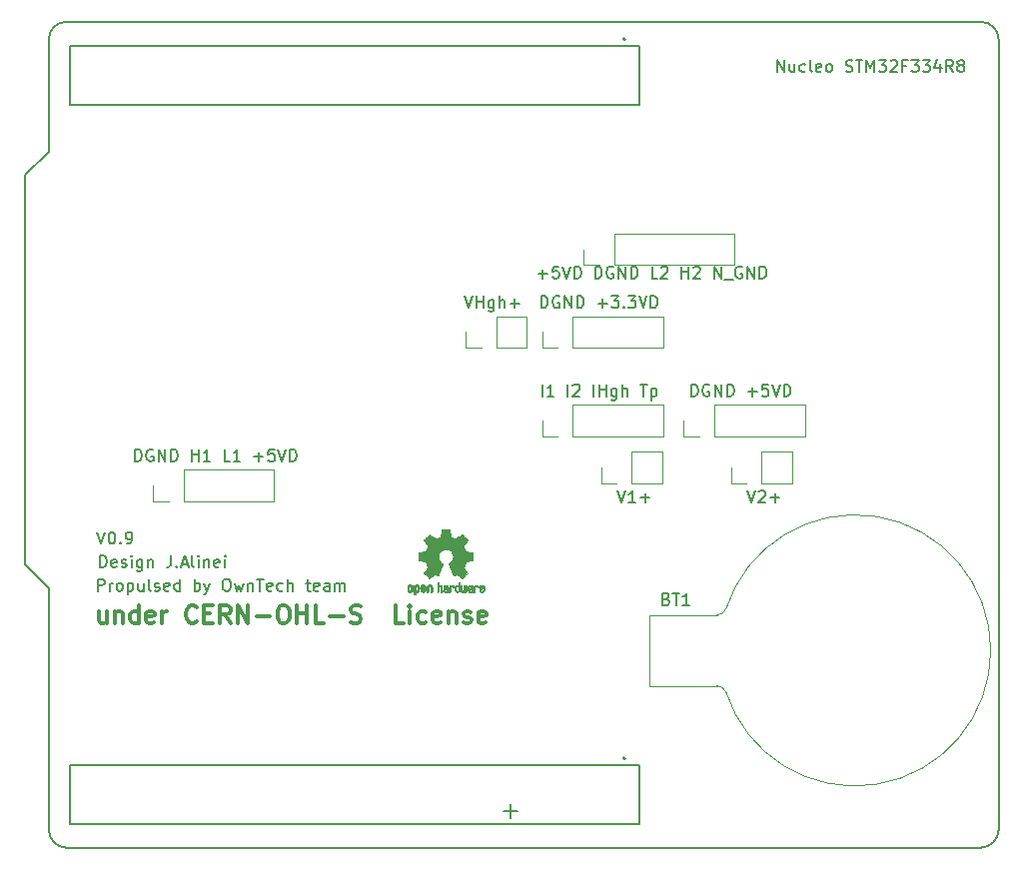
<source format=gto>
%TF.GenerationSoftware,KiCad,Pcbnew,5.1.6-c6e7f7d~86~ubuntu20.04.1*%
%TF.CreationDate,2020-09-07T12:25:12+02:00*%
%TF.ProjectId,Shield_Nucleo,53686965-6c64-45f4-9e75-636c656f2e6b,rev?*%
%TF.SameCoordinates,Original*%
%TF.FileFunction,Legend,Top*%
%TF.FilePolarity,Positive*%
%FSLAX46Y46*%
G04 Gerber Fmt 4.6, Leading zero omitted, Abs format (unit mm)*
G04 Created by KiCad (PCBNEW 5.1.6-c6e7f7d~86~ubuntu20.04.1) date 2020-09-07 12:25:12*
%MOMM*%
%LPD*%
G01*
G04 APERTURE LIST*
%ADD10C,0.150000*%
%ADD11C,0.300000*%
%ADD12C,0.010000*%
%ADD13C,0.120000*%
%ADD14C,0.127000*%
%ADD15C,0.200000*%
G04 APERTURE END LIST*
D10*
X102595238Y-30952380D02*
X102595238Y-29952380D01*
X103166666Y-30952380D01*
X103166666Y-29952380D01*
X104071428Y-30285714D02*
X104071428Y-30952380D01*
X103642857Y-30285714D02*
X103642857Y-30809523D01*
X103690476Y-30904761D01*
X103785714Y-30952380D01*
X103928571Y-30952380D01*
X104023809Y-30904761D01*
X104071428Y-30857142D01*
X104976190Y-30904761D02*
X104880952Y-30952380D01*
X104690476Y-30952380D01*
X104595238Y-30904761D01*
X104547619Y-30857142D01*
X104500000Y-30761904D01*
X104500000Y-30476190D01*
X104547619Y-30380952D01*
X104595238Y-30333333D01*
X104690476Y-30285714D01*
X104880952Y-30285714D01*
X104976190Y-30333333D01*
X105547619Y-30952380D02*
X105452380Y-30904761D01*
X105404761Y-30809523D01*
X105404761Y-29952380D01*
X106309523Y-30904761D02*
X106214285Y-30952380D01*
X106023809Y-30952380D01*
X105928571Y-30904761D01*
X105880952Y-30809523D01*
X105880952Y-30428571D01*
X105928571Y-30333333D01*
X106023809Y-30285714D01*
X106214285Y-30285714D01*
X106309523Y-30333333D01*
X106357142Y-30428571D01*
X106357142Y-30523809D01*
X105880952Y-30619047D01*
X106928571Y-30952380D02*
X106833333Y-30904761D01*
X106785714Y-30857142D01*
X106738095Y-30761904D01*
X106738095Y-30476190D01*
X106785714Y-30380952D01*
X106833333Y-30333333D01*
X106928571Y-30285714D01*
X107071428Y-30285714D01*
X107166666Y-30333333D01*
X107214285Y-30380952D01*
X107261904Y-30476190D01*
X107261904Y-30761904D01*
X107214285Y-30857142D01*
X107166666Y-30904761D01*
X107071428Y-30952380D01*
X106928571Y-30952380D01*
X108404761Y-30904761D02*
X108547619Y-30952380D01*
X108785714Y-30952380D01*
X108880952Y-30904761D01*
X108928571Y-30857142D01*
X108976190Y-30761904D01*
X108976190Y-30666666D01*
X108928571Y-30571428D01*
X108880952Y-30523809D01*
X108785714Y-30476190D01*
X108595238Y-30428571D01*
X108500000Y-30380952D01*
X108452380Y-30333333D01*
X108404761Y-30238095D01*
X108404761Y-30142857D01*
X108452380Y-30047619D01*
X108500000Y-30000000D01*
X108595238Y-29952380D01*
X108833333Y-29952380D01*
X108976190Y-30000000D01*
X109261904Y-29952380D02*
X109833333Y-29952380D01*
X109547619Y-30952380D02*
X109547619Y-29952380D01*
X110166666Y-30952380D02*
X110166666Y-29952380D01*
X110500000Y-30666666D01*
X110833333Y-29952380D01*
X110833333Y-30952380D01*
X111214285Y-29952380D02*
X111833333Y-29952380D01*
X111500000Y-30333333D01*
X111642857Y-30333333D01*
X111738095Y-30380952D01*
X111785714Y-30428571D01*
X111833333Y-30523809D01*
X111833333Y-30761904D01*
X111785714Y-30857142D01*
X111738095Y-30904761D01*
X111642857Y-30952380D01*
X111357142Y-30952380D01*
X111261904Y-30904761D01*
X111214285Y-30857142D01*
X112214285Y-30047619D02*
X112261904Y-30000000D01*
X112357142Y-29952380D01*
X112595238Y-29952380D01*
X112690476Y-30000000D01*
X112738095Y-30047619D01*
X112785714Y-30142857D01*
X112785714Y-30238095D01*
X112738095Y-30380952D01*
X112166666Y-30952380D01*
X112785714Y-30952380D01*
X113547619Y-30428571D02*
X113214285Y-30428571D01*
X113214285Y-30952380D02*
X113214285Y-29952380D01*
X113690476Y-29952380D01*
X113976190Y-29952380D02*
X114595238Y-29952380D01*
X114261904Y-30333333D01*
X114404761Y-30333333D01*
X114499999Y-30380952D01*
X114547619Y-30428571D01*
X114595238Y-30523809D01*
X114595238Y-30761904D01*
X114547619Y-30857142D01*
X114499999Y-30904761D01*
X114404761Y-30952380D01*
X114119047Y-30952380D01*
X114023809Y-30904761D01*
X113976190Y-30857142D01*
X114928571Y-29952380D02*
X115547619Y-29952380D01*
X115214285Y-30333333D01*
X115357142Y-30333333D01*
X115452380Y-30380952D01*
X115499999Y-30428571D01*
X115547619Y-30523809D01*
X115547619Y-30761904D01*
X115499999Y-30857142D01*
X115452380Y-30904761D01*
X115357142Y-30952380D01*
X115071428Y-30952380D01*
X114976190Y-30904761D01*
X114928571Y-30857142D01*
X116404761Y-30285714D02*
X116404761Y-30952380D01*
X116166666Y-29904761D02*
X115928571Y-30619047D01*
X116547619Y-30619047D01*
X117499999Y-30952380D02*
X117166666Y-30476190D01*
X116928571Y-30952380D02*
X116928571Y-29952380D01*
X117309523Y-29952380D01*
X117404761Y-30000000D01*
X117452380Y-30047619D01*
X117499999Y-30142857D01*
X117499999Y-30285714D01*
X117452380Y-30380952D01*
X117404761Y-30428571D01*
X117309523Y-30476190D01*
X116928571Y-30476190D01*
X118071428Y-30380952D02*
X117976190Y-30333333D01*
X117928571Y-30285714D01*
X117880952Y-30190476D01*
X117880952Y-30142857D01*
X117928571Y-30047619D01*
X117976190Y-30000000D01*
X118071428Y-29952380D01*
X118261904Y-29952380D01*
X118357142Y-30000000D01*
X118404761Y-30047619D01*
X118452380Y-30142857D01*
X118452380Y-30190476D01*
X118404761Y-30285714D01*
X118357142Y-30333333D01*
X118261904Y-30380952D01*
X118071428Y-30380952D01*
X117976190Y-30428571D01*
X117928571Y-30476190D01*
X117880952Y-30571428D01*
X117880952Y-30761904D01*
X117928571Y-30857142D01*
X117976190Y-30904761D01*
X118071428Y-30952380D01*
X118261904Y-30952380D01*
X118357142Y-30904761D01*
X118404761Y-30857142D01*
X118452380Y-30761904D01*
X118452380Y-30571428D01*
X118404761Y-30476190D01*
X118357142Y-30428571D01*
X118261904Y-30380952D01*
X44976190Y-69952380D02*
X45309523Y-70952380D01*
X45642857Y-69952380D01*
X46166666Y-69952380D02*
X46261904Y-69952380D01*
X46357142Y-70000000D01*
X46404761Y-70047619D01*
X46452380Y-70142857D01*
X46500000Y-70333333D01*
X46500000Y-70571428D01*
X46452380Y-70761904D01*
X46404761Y-70857142D01*
X46357142Y-70904761D01*
X46261904Y-70952380D01*
X46166666Y-70952380D01*
X46071428Y-70904761D01*
X46023809Y-70857142D01*
X45976190Y-70761904D01*
X45928571Y-70571428D01*
X45928571Y-70333333D01*
X45976190Y-70142857D01*
X46023809Y-70047619D01*
X46071428Y-70000000D01*
X46166666Y-69952380D01*
X46928571Y-70857142D02*
X46976190Y-70904761D01*
X46928571Y-70952380D01*
X46880952Y-70904761D01*
X46928571Y-70857142D01*
X46928571Y-70952380D01*
X47452380Y-70952380D02*
X47642857Y-70952380D01*
X47738095Y-70904761D01*
X47785714Y-70857142D01*
X47880952Y-70714285D01*
X47928571Y-70523809D01*
X47928571Y-70142857D01*
X47880952Y-70047619D01*
X47833333Y-70000000D01*
X47738095Y-69952380D01*
X47547619Y-69952380D01*
X47452380Y-70000000D01*
X47404761Y-70047619D01*
X47357142Y-70142857D01*
X47357142Y-70380952D01*
X47404761Y-70476190D01*
X47452380Y-70523809D01*
X47547619Y-70571428D01*
X47738095Y-70571428D01*
X47833333Y-70523809D01*
X47880952Y-70476190D01*
X47928571Y-70380952D01*
X45214285Y-72952380D02*
X45214285Y-71952380D01*
X45452380Y-71952380D01*
X45595238Y-72000000D01*
X45690476Y-72095238D01*
X45738095Y-72190476D01*
X45785714Y-72380952D01*
X45785714Y-72523809D01*
X45738095Y-72714285D01*
X45690476Y-72809523D01*
X45595238Y-72904761D01*
X45452380Y-72952380D01*
X45214285Y-72952380D01*
X46595238Y-72904761D02*
X46500000Y-72952380D01*
X46309523Y-72952380D01*
X46214285Y-72904761D01*
X46166666Y-72809523D01*
X46166666Y-72428571D01*
X46214285Y-72333333D01*
X46309523Y-72285714D01*
X46500000Y-72285714D01*
X46595238Y-72333333D01*
X46642857Y-72428571D01*
X46642857Y-72523809D01*
X46166666Y-72619047D01*
X47023809Y-72904761D02*
X47119047Y-72952380D01*
X47309523Y-72952380D01*
X47404761Y-72904761D01*
X47452380Y-72809523D01*
X47452380Y-72761904D01*
X47404761Y-72666666D01*
X47309523Y-72619047D01*
X47166666Y-72619047D01*
X47071428Y-72571428D01*
X47023809Y-72476190D01*
X47023809Y-72428571D01*
X47071428Y-72333333D01*
X47166666Y-72285714D01*
X47309523Y-72285714D01*
X47404761Y-72333333D01*
X47880952Y-72952380D02*
X47880952Y-72285714D01*
X47880952Y-71952380D02*
X47833333Y-72000000D01*
X47880952Y-72047619D01*
X47928571Y-72000000D01*
X47880952Y-71952380D01*
X47880952Y-72047619D01*
X48785714Y-72285714D02*
X48785714Y-73095238D01*
X48738095Y-73190476D01*
X48690476Y-73238095D01*
X48595238Y-73285714D01*
X48452380Y-73285714D01*
X48357142Y-73238095D01*
X48785714Y-72904761D02*
X48690476Y-72952380D01*
X48500000Y-72952380D01*
X48404761Y-72904761D01*
X48357142Y-72857142D01*
X48309523Y-72761904D01*
X48309523Y-72476190D01*
X48357142Y-72380952D01*
X48404761Y-72333333D01*
X48500000Y-72285714D01*
X48690476Y-72285714D01*
X48785714Y-72333333D01*
X49261904Y-72285714D02*
X49261904Y-72952380D01*
X49261904Y-72380952D02*
X49309523Y-72333333D01*
X49404761Y-72285714D01*
X49547619Y-72285714D01*
X49642857Y-72333333D01*
X49690476Y-72428571D01*
X49690476Y-72952380D01*
X51214285Y-71952380D02*
X51214285Y-72666666D01*
X51166666Y-72809523D01*
X51071428Y-72904761D01*
X50928571Y-72952380D01*
X50833333Y-72952380D01*
X51690476Y-72857142D02*
X51738095Y-72904761D01*
X51690476Y-72952380D01*
X51642857Y-72904761D01*
X51690476Y-72857142D01*
X51690476Y-72952380D01*
X52119047Y-72666666D02*
X52595238Y-72666666D01*
X52023809Y-72952380D02*
X52357142Y-71952380D01*
X52690476Y-72952380D01*
X53166666Y-72952380D02*
X53071428Y-72904761D01*
X53023809Y-72809523D01*
X53023809Y-71952380D01*
X53547619Y-72952380D02*
X53547619Y-72285714D01*
X53547619Y-71952380D02*
X53500000Y-72000000D01*
X53547619Y-72047619D01*
X53595238Y-72000000D01*
X53547619Y-71952380D01*
X53547619Y-72047619D01*
X54023809Y-72285714D02*
X54023809Y-72952380D01*
X54023809Y-72380952D02*
X54071428Y-72333333D01*
X54166666Y-72285714D01*
X54309523Y-72285714D01*
X54404761Y-72333333D01*
X54452380Y-72428571D01*
X54452380Y-72952380D01*
X55309523Y-72904761D02*
X55214285Y-72952380D01*
X55023809Y-72952380D01*
X54928571Y-72904761D01*
X54880952Y-72809523D01*
X54880952Y-72428571D01*
X54928571Y-72333333D01*
X55023809Y-72285714D01*
X55214285Y-72285714D01*
X55309523Y-72333333D01*
X55357142Y-72428571D01*
X55357142Y-72523809D01*
X54880952Y-72619047D01*
X55785714Y-72952380D02*
X55785714Y-72285714D01*
X55785714Y-71952380D02*
X55738095Y-72000000D01*
X55785714Y-72047619D01*
X55833333Y-72000000D01*
X55785714Y-71952380D01*
X55785714Y-72047619D01*
D11*
X45750000Y-76678571D02*
X45750000Y-77678571D01*
X45107142Y-76678571D02*
X45107142Y-77464285D01*
X45178571Y-77607142D01*
X45321428Y-77678571D01*
X45535714Y-77678571D01*
X45678571Y-77607142D01*
X45750000Y-77535714D01*
X46464285Y-76678571D02*
X46464285Y-77678571D01*
X46464285Y-76821428D02*
X46535714Y-76750000D01*
X46678571Y-76678571D01*
X46892857Y-76678571D01*
X47035714Y-76750000D01*
X47107142Y-76892857D01*
X47107142Y-77678571D01*
X48464285Y-77678571D02*
X48464285Y-76178571D01*
X48464285Y-77607142D02*
X48321428Y-77678571D01*
X48035714Y-77678571D01*
X47892857Y-77607142D01*
X47821428Y-77535714D01*
X47750000Y-77392857D01*
X47750000Y-76964285D01*
X47821428Y-76821428D01*
X47892857Y-76750000D01*
X48035714Y-76678571D01*
X48321428Y-76678571D01*
X48464285Y-76750000D01*
X49750000Y-77607142D02*
X49607142Y-77678571D01*
X49321428Y-77678571D01*
X49178571Y-77607142D01*
X49107142Y-77464285D01*
X49107142Y-76892857D01*
X49178571Y-76750000D01*
X49321428Y-76678571D01*
X49607142Y-76678571D01*
X49750000Y-76750000D01*
X49821428Y-76892857D01*
X49821428Y-77035714D01*
X49107142Y-77178571D01*
X50464285Y-77678571D02*
X50464285Y-76678571D01*
X50464285Y-76964285D02*
X50535714Y-76821428D01*
X50607142Y-76750000D01*
X50750000Y-76678571D01*
X50892857Y-76678571D01*
X53392857Y-77535714D02*
X53321428Y-77607142D01*
X53107142Y-77678571D01*
X52964285Y-77678571D01*
X52750000Y-77607142D01*
X52607142Y-77464285D01*
X52535714Y-77321428D01*
X52464285Y-77035714D01*
X52464285Y-76821428D01*
X52535714Y-76535714D01*
X52607142Y-76392857D01*
X52750000Y-76250000D01*
X52964285Y-76178571D01*
X53107142Y-76178571D01*
X53321428Y-76250000D01*
X53392857Y-76321428D01*
X54035714Y-76892857D02*
X54535714Y-76892857D01*
X54750000Y-77678571D02*
X54035714Y-77678571D01*
X54035714Y-76178571D01*
X54750000Y-76178571D01*
X56250000Y-77678571D02*
X55750000Y-76964285D01*
X55392857Y-77678571D02*
X55392857Y-76178571D01*
X55964285Y-76178571D01*
X56107142Y-76250000D01*
X56178571Y-76321428D01*
X56250000Y-76464285D01*
X56250000Y-76678571D01*
X56178571Y-76821428D01*
X56107142Y-76892857D01*
X55964285Y-76964285D01*
X55392857Y-76964285D01*
X56892857Y-77678571D02*
X56892857Y-76178571D01*
X57750000Y-77678571D01*
X57750000Y-76178571D01*
X58464285Y-77107142D02*
X59607142Y-77107142D01*
X60607142Y-76178571D02*
X60892857Y-76178571D01*
X61035714Y-76250000D01*
X61178571Y-76392857D01*
X61250000Y-76678571D01*
X61250000Y-77178571D01*
X61178571Y-77464285D01*
X61035714Y-77607142D01*
X60892857Y-77678571D01*
X60607142Y-77678571D01*
X60464285Y-77607142D01*
X60321428Y-77464285D01*
X60250000Y-77178571D01*
X60250000Y-76678571D01*
X60321428Y-76392857D01*
X60464285Y-76250000D01*
X60607142Y-76178571D01*
X61892857Y-77678571D02*
X61892857Y-76178571D01*
X61892857Y-76892857D02*
X62750000Y-76892857D01*
X62750000Y-77678571D02*
X62750000Y-76178571D01*
X64178571Y-77678571D02*
X63464285Y-77678571D01*
X63464285Y-76178571D01*
X64678571Y-77107142D02*
X65821428Y-77107142D01*
X66464285Y-77607142D02*
X66678571Y-77678571D01*
X67035714Y-77678571D01*
X67178571Y-77607142D01*
X67250000Y-77535714D01*
X67321428Y-77392857D01*
X67321428Y-77250000D01*
X67250000Y-77107142D01*
X67178571Y-77035714D01*
X67035714Y-76964285D01*
X66750000Y-76892857D01*
X66607142Y-76821428D01*
X66535714Y-76750000D01*
X66464285Y-76607142D01*
X66464285Y-76464285D01*
X66535714Y-76321428D01*
X66607142Y-76250000D01*
X66750000Y-76178571D01*
X67107142Y-76178571D01*
X67321428Y-76250000D01*
X70964285Y-77678571D02*
X70250000Y-77678571D01*
X70250000Y-76178571D01*
X71464285Y-77678571D02*
X71464285Y-76678571D01*
X71464285Y-76178571D02*
X71392857Y-76250000D01*
X71464285Y-76321428D01*
X71535714Y-76250000D01*
X71464285Y-76178571D01*
X71464285Y-76321428D01*
X72821428Y-77607142D02*
X72678571Y-77678571D01*
X72392857Y-77678571D01*
X72250000Y-77607142D01*
X72178571Y-77535714D01*
X72107142Y-77392857D01*
X72107142Y-76964285D01*
X72178571Y-76821428D01*
X72250000Y-76750000D01*
X72392857Y-76678571D01*
X72678571Y-76678571D01*
X72821428Y-76750000D01*
X74035714Y-77607142D02*
X73892857Y-77678571D01*
X73607142Y-77678571D01*
X73464285Y-77607142D01*
X73392857Y-77464285D01*
X73392857Y-76892857D01*
X73464285Y-76750000D01*
X73607142Y-76678571D01*
X73892857Y-76678571D01*
X74035714Y-76750000D01*
X74107142Y-76892857D01*
X74107142Y-77035714D01*
X73392857Y-77178571D01*
X74750000Y-76678571D02*
X74750000Y-77678571D01*
X74750000Y-76821428D02*
X74821428Y-76750000D01*
X74964285Y-76678571D01*
X75178571Y-76678571D01*
X75321428Y-76750000D01*
X75392857Y-76892857D01*
X75392857Y-77678571D01*
X76035714Y-77607142D02*
X76178571Y-77678571D01*
X76464285Y-77678571D01*
X76607142Y-77607142D01*
X76678571Y-77464285D01*
X76678571Y-77392857D01*
X76607142Y-77250000D01*
X76464285Y-77178571D01*
X76250000Y-77178571D01*
X76107142Y-77107142D01*
X76035714Y-76964285D01*
X76035714Y-76892857D01*
X76107142Y-76750000D01*
X76250000Y-76678571D01*
X76464285Y-76678571D01*
X76607142Y-76750000D01*
X77892857Y-77607142D02*
X77750000Y-77678571D01*
X77464285Y-77678571D01*
X77321428Y-77607142D01*
X77250000Y-77464285D01*
X77250000Y-76892857D01*
X77321428Y-76750000D01*
X77464285Y-76678571D01*
X77750000Y-76678571D01*
X77892857Y-76750000D01*
X77964285Y-76892857D01*
X77964285Y-77035714D01*
X77250000Y-77178571D01*
D10*
X45023809Y-74952380D02*
X45023809Y-73952380D01*
X45404761Y-73952380D01*
X45500000Y-74000000D01*
X45547619Y-74047619D01*
X45595238Y-74142857D01*
X45595238Y-74285714D01*
X45547619Y-74380952D01*
X45500000Y-74428571D01*
X45404761Y-74476190D01*
X45023809Y-74476190D01*
X46023809Y-74952380D02*
X46023809Y-74285714D01*
X46023809Y-74476190D02*
X46071428Y-74380952D01*
X46119047Y-74333333D01*
X46214285Y-74285714D01*
X46309523Y-74285714D01*
X46785714Y-74952380D02*
X46690476Y-74904761D01*
X46642857Y-74857142D01*
X46595238Y-74761904D01*
X46595238Y-74476190D01*
X46642857Y-74380952D01*
X46690476Y-74333333D01*
X46785714Y-74285714D01*
X46928571Y-74285714D01*
X47023809Y-74333333D01*
X47071428Y-74380952D01*
X47119047Y-74476190D01*
X47119047Y-74761904D01*
X47071428Y-74857142D01*
X47023809Y-74904761D01*
X46928571Y-74952380D01*
X46785714Y-74952380D01*
X47547619Y-74285714D02*
X47547619Y-75285714D01*
X47547619Y-74333333D02*
X47642857Y-74285714D01*
X47833333Y-74285714D01*
X47928571Y-74333333D01*
X47976190Y-74380952D01*
X48023809Y-74476190D01*
X48023809Y-74761904D01*
X47976190Y-74857142D01*
X47928571Y-74904761D01*
X47833333Y-74952380D01*
X47642857Y-74952380D01*
X47547619Y-74904761D01*
X48880952Y-74285714D02*
X48880952Y-74952380D01*
X48452380Y-74285714D02*
X48452380Y-74809523D01*
X48500000Y-74904761D01*
X48595238Y-74952380D01*
X48738095Y-74952380D01*
X48833333Y-74904761D01*
X48880952Y-74857142D01*
X49500000Y-74952380D02*
X49404761Y-74904761D01*
X49357142Y-74809523D01*
X49357142Y-73952380D01*
X49833333Y-74904761D02*
X49928571Y-74952380D01*
X50119047Y-74952380D01*
X50214285Y-74904761D01*
X50261904Y-74809523D01*
X50261904Y-74761904D01*
X50214285Y-74666666D01*
X50119047Y-74619047D01*
X49976190Y-74619047D01*
X49880952Y-74571428D01*
X49833333Y-74476190D01*
X49833333Y-74428571D01*
X49880952Y-74333333D01*
X49976190Y-74285714D01*
X50119047Y-74285714D01*
X50214285Y-74333333D01*
X51071428Y-74904761D02*
X50976190Y-74952380D01*
X50785714Y-74952380D01*
X50690476Y-74904761D01*
X50642857Y-74809523D01*
X50642857Y-74428571D01*
X50690476Y-74333333D01*
X50785714Y-74285714D01*
X50976190Y-74285714D01*
X51071428Y-74333333D01*
X51119047Y-74428571D01*
X51119047Y-74523809D01*
X50642857Y-74619047D01*
X51976190Y-74952380D02*
X51976190Y-73952380D01*
X51976190Y-74904761D02*
X51880952Y-74952380D01*
X51690476Y-74952380D01*
X51595238Y-74904761D01*
X51547619Y-74857142D01*
X51500000Y-74761904D01*
X51500000Y-74476190D01*
X51547619Y-74380952D01*
X51595238Y-74333333D01*
X51690476Y-74285714D01*
X51880952Y-74285714D01*
X51976190Y-74333333D01*
X53214285Y-74952380D02*
X53214285Y-73952380D01*
X53214285Y-74333333D02*
X53309523Y-74285714D01*
X53500000Y-74285714D01*
X53595238Y-74333333D01*
X53642857Y-74380952D01*
X53690476Y-74476190D01*
X53690476Y-74761904D01*
X53642857Y-74857142D01*
X53595238Y-74904761D01*
X53500000Y-74952380D01*
X53309523Y-74952380D01*
X53214285Y-74904761D01*
X54023809Y-74285714D02*
X54261904Y-74952380D01*
X54500000Y-74285714D02*
X54261904Y-74952380D01*
X54166666Y-75190476D01*
X54119047Y-75238095D01*
X54023809Y-75285714D01*
X55833333Y-73952380D02*
X56023809Y-73952380D01*
X56119047Y-74000000D01*
X56214285Y-74095238D01*
X56261904Y-74285714D01*
X56261904Y-74619047D01*
X56214285Y-74809523D01*
X56119047Y-74904761D01*
X56023809Y-74952380D01*
X55833333Y-74952380D01*
X55738095Y-74904761D01*
X55642857Y-74809523D01*
X55595238Y-74619047D01*
X55595238Y-74285714D01*
X55642857Y-74095238D01*
X55738095Y-74000000D01*
X55833333Y-73952380D01*
X56595238Y-74285714D02*
X56785714Y-74952380D01*
X56976190Y-74476190D01*
X57166666Y-74952380D01*
X57357142Y-74285714D01*
X57738095Y-74285714D02*
X57738095Y-74952380D01*
X57738095Y-74380952D02*
X57785714Y-74333333D01*
X57880952Y-74285714D01*
X58023809Y-74285714D01*
X58119047Y-74333333D01*
X58166666Y-74428571D01*
X58166666Y-74952380D01*
X58499999Y-73952380D02*
X59071428Y-73952380D01*
X58785714Y-74952380D02*
X58785714Y-73952380D01*
X59785714Y-74904761D02*
X59690476Y-74952380D01*
X59499999Y-74952380D01*
X59404761Y-74904761D01*
X59357142Y-74809523D01*
X59357142Y-74428571D01*
X59404761Y-74333333D01*
X59499999Y-74285714D01*
X59690476Y-74285714D01*
X59785714Y-74333333D01*
X59833333Y-74428571D01*
X59833333Y-74523809D01*
X59357142Y-74619047D01*
X60690476Y-74904761D02*
X60595238Y-74952380D01*
X60404761Y-74952380D01*
X60309523Y-74904761D01*
X60261904Y-74857142D01*
X60214285Y-74761904D01*
X60214285Y-74476190D01*
X60261904Y-74380952D01*
X60309523Y-74333333D01*
X60404761Y-74285714D01*
X60595238Y-74285714D01*
X60690476Y-74333333D01*
X61119047Y-74952380D02*
X61119047Y-73952380D01*
X61547619Y-74952380D02*
X61547619Y-74428571D01*
X61499999Y-74333333D01*
X61404761Y-74285714D01*
X61261904Y-74285714D01*
X61166666Y-74333333D01*
X61119047Y-74380952D01*
X62642857Y-74285714D02*
X63023809Y-74285714D01*
X62785714Y-73952380D02*
X62785714Y-74809523D01*
X62833333Y-74904761D01*
X62928571Y-74952380D01*
X63023809Y-74952380D01*
X63738095Y-74904761D02*
X63642857Y-74952380D01*
X63452380Y-74952380D01*
X63357142Y-74904761D01*
X63309523Y-74809523D01*
X63309523Y-74428571D01*
X63357142Y-74333333D01*
X63452380Y-74285714D01*
X63642857Y-74285714D01*
X63738095Y-74333333D01*
X63785714Y-74428571D01*
X63785714Y-74523809D01*
X63309523Y-74619047D01*
X64642857Y-74952380D02*
X64642857Y-74428571D01*
X64595238Y-74333333D01*
X64499999Y-74285714D01*
X64309523Y-74285714D01*
X64214285Y-74333333D01*
X64642857Y-74904761D02*
X64547619Y-74952380D01*
X64309523Y-74952380D01*
X64214285Y-74904761D01*
X64166666Y-74809523D01*
X64166666Y-74714285D01*
X64214285Y-74619047D01*
X64309523Y-74571428D01*
X64547619Y-74571428D01*
X64642857Y-74523809D01*
X65119047Y-74952380D02*
X65119047Y-74285714D01*
X65119047Y-74380952D02*
X65166666Y-74333333D01*
X65261904Y-74285714D01*
X65404761Y-74285714D01*
X65499999Y-74333333D01*
X65547619Y-74428571D01*
X65547619Y-74952380D01*
X65547619Y-74428571D02*
X65595238Y-74333333D01*
X65690476Y-74285714D01*
X65833333Y-74285714D01*
X65928571Y-74333333D01*
X65976190Y-74428571D01*
X65976190Y-74952380D01*
D12*
%TO.C,REF\u002A\u002A*%
G36*
X74603910Y-69742348D02*
G01*
X74682454Y-69742778D01*
X74739298Y-69743942D01*
X74778105Y-69746207D01*
X74802538Y-69749940D01*
X74816262Y-69755506D01*
X74822940Y-69763273D01*
X74826236Y-69773605D01*
X74826556Y-69774943D01*
X74831562Y-69799079D01*
X74840829Y-69846701D01*
X74853392Y-69912741D01*
X74868287Y-69992128D01*
X74884551Y-70079796D01*
X74885119Y-70082875D01*
X74901410Y-70168789D01*
X74916652Y-70244696D01*
X74929861Y-70306045D01*
X74940054Y-70348282D01*
X74946248Y-70366855D01*
X74946543Y-70367184D01*
X74964788Y-70376253D01*
X75002405Y-70391367D01*
X75051271Y-70409262D01*
X75051543Y-70409358D01*
X75113093Y-70432493D01*
X75185657Y-70461965D01*
X75254057Y-70491597D01*
X75257294Y-70493062D01*
X75368702Y-70543626D01*
X75615399Y-70375160D01*
X75691077Y-70323803D01*
X75759631Y-70277889D01*
X75817088Y-70240030D01*
X75859476Y-70212837D01*
X75882825Y-70198921D01*
X75885042Y-70197889D01*
X75902010Y-70202484D01*
X75933701Y-70224655D01*
X75981352Y-70265447D01*
X76046198Y-70325905D01*
X76112397Y-70390227D01*
X76176214Y-70453612D01*
X76233329Y-70511451D01*
X76280305Y-70560175D01*
X76313703Y-70596210D01*
X76330085Y-70615984D01*
X76330694Y-70617002D01*
X76332505Y-70630572D01*
X76325683Y-70652733D01*
X76308540Y-70686478D01*
X76279393Y-70734800D01*
X76236555Y-70800692D01*
X76179448Y-70885517D01*
X76128766Y-70960177D01*
X76083461Y-71027140D01*
X76046150Y-71082516D01*
X76019452Y-71122420D01*
X76005985Y-71142962D01*
X76005137Y-71144356D01*
X76006781Y-71164038D01*
X76019245Y-71202293D01*
X76040048Y-71251889D01*
X76047462Y-71267728D01*
X76079814Y-71338290D01*
X76114328Y-71418353D01*
X76142365Y-71487629D01*
X76162568Y-71539045D01*
X76178615Y-71578119D01*
X76187888Y-71598541D01*
X76189041Y-71600114D01*
X76206096Y-71602721D01*
X76246298Y-71609863D01*
X76304302Y-71620523D01*
X76374763Y-71633685D01*
X76452335Y-71648333D01*
X76531672Y-71663449D01*
X76607431Y-71678018D01*
X76674264Y-71691022D01*
X76726828Y-71701445D01*
X76759776Y-71708270D01*
X76767857Y-71710199D01*
X76776205Y-71714962D01*
X76782506Y-71725718D01*
X76787045Y-71746098D01*
X76790104Y-71779734D01*
X76791967Y-71830255D01*
X76792918Y-71901292D01*
X76793240Y-71996476D01*
X76793257Y-72035492D01*
X76793257Y-72352799D01*
X76717057Y-72367839D01*
X76674663Y-72375995D01*
X76611400Y-72387899D01*
X76534962Y-72402116D01*
X76453043Y-72417210D01*
X76430400Y-72421355D01*
X76354806Y-72436053D01*
X76288953Y-72450505D01*
X76238366Y-72463375D01*
X76208574Y-72473322D01*
X76203612Y-72476287D01*
X76191426Y-72497283D01*
X76173953Y-72537967D01*
X76154577Y-72590322D01*
X76150734Y-72601600D01*
X76125339Y-72671523D01*
X76093817Y-72750418D01*
X76062969Y-72821266D01*
X76062817Y-72821595D01*
X76011447Y-72932733D01*
X76180399Y-73181253D01*
X76349352Y-73429772D01*
X76132429Y-73647058D01*
X76066819Y-73711726D01*
X76006979Y-73768733D01*
X75956267Y-73815033D01*
X75918046Y-73847584D01*
X75895675Y-73863343D01*
X75892466Y-73864343D01*
X75873626Y-73856469D01*
X75835180Y-73834578D01*
X75781330Y-73801267D01*
X75716276Y-73759131D01*
X75645940Y-73711943D01*
X75574555Y-73663810D01*
X75510908Y-73621928D01*
X75459041Y-73588871D01*
X75422995Y-73567218D01*
X75406867Y-73559543D01*
X75387189Y-73566037D01*
X75349875Y-73583150D01*
X75302621Y-73607326D01*
X75297612Y-73610013D01*
X75233977Y-73641927D01*
X75190341Y-73657579D01*
X75163202Y-73657745D01*
X75149057Y-73643204D01*
X75148975Y-73643000D01*
X75141905Y-73625779D01*
X75125042Y-73584899D01*
X75099695Y-73523525D01*
X75067171Y-73444819D01*
X75028778Y-73351947D01*
X74985822Y-73248072D01*
X74944222Y-73147502D01*
X74898504Y-73036516D01*
X74856526Y-72933703D01*
X74819548Y-72842215D01*
X74788827Y-72765201D01*
X74765622Y-72705815D01*
X74751190Y-72667209D01*
X74746743Y-72652800D01*
X74757896Y-72636272D01*
X74787069Y-72609930D01*
X74825971Y-72580887D01*
X74936757Y-72489039D01*
X75023351Y-72383759D01*
X75084716Y-72267266D01*
X75119815Y-72141776D01*
X75127608Y-72009507D01*
X75121943Y-71948457D01*
X75091078Y-71821795D01*
X75037920Y-71709941D01*
X74965767Y-71614001D01*
X74877917Y-71535076D01*
X74777665Y-71474270D01*
X74668310Y-71432687D01*
X74553147Y-71411428D01*
X74435475Y-71411599D01*
X74318590Y-71434301D01*
X74205789Y-71480638D01*
X74100369Y-71551713D01*
X74056368Y-71591911D01*
X73971979Y-71695129D01*
X73913222Y-71807925D01*
X73879704Y-71927010D01*
X73871035Y-72049095D01*
X73886823Y-72170893D01*
X73926678Y-72289116D01*
X73990207Y-72400475D01*
X74077021Y-72501684D01*
X74174029Y-72580887D01*
X74214437Y-72611162D01*
X74242982Y-72637219D01*
X74253257Y-72652825D01*
X74247877Y-72669843D01*
X74232575Y-72710500D01*
X74208612Y-72771642D01*
X74177244Y-72850119D01*
X74139732Y-72942780D01*
X74097333Y-73046472D01*
X74055663Y-73147526D01*
X74009690Y-73258607D01*
X73967107Y-73361541D01*
X73929221Y-73453165D01*
X73897340Y-73530316D01*
X73872771Y-73589831D01*
X73856820Y-73628544D01*
X73850910Y-73643000D01*
X73836948Y-73657685D01*
X73809940Y-73657642D01*
X73766413Y-73642099D01*
X73702890Y-73610284D01*
X73702388Y-73610013D01*
X73654560Y-73585323D01*
X73615897Y-73567338D01*
X73594095Y-73559614D01*
X73593133Y-73559543D01*
X73576721Y-73567378D01*
X73540487Y-73589165D01*
X73488474Y-73622328D01*
X73424725Y-73664291D01*
X73354060Y-73711943D01*
X73282116Y-73760191D01*
X73217274Y-73802151D01*
X73163735Y-73835227D01*
X73125697Y-73856821D01*
X73107533Y-73864343D01*
X73090808Y-73854457D01*
X73057180Y-73826826D01*
X73010010Y-73784495D01*
X72952658Y-73730505D01*
X72888484Y-73667899D01*
X72867497Y-73646983D01*
X72650499Y-73429623D01*
X72815668Y-73187220D01*
X72865864Y-73112781D01*
X72909919Y-73045972D01*
X72945362Y-72990665D01*
X72969719Y-72950729D01*
X72980522Y-72930036D01*
X72980838Y-72928563D01*
X72975143Y-72909058D01*
X72959826Y-72869822D01*
X72937537Y-72817430D01*
X72921893Y-72782355D01*
X72892641Y-72715201D01*
X72865094Y-72647358D01*
X72843737Y-72590034D01*
X72837935Y-72572572D01*
X72821452Y-72525938D01*
X72805340Y-72489905D01*
X72796490Y-72476287D01*
X72776960Y-72467952D01*
X72734334Y-72456137D01*
X72674145Y-72442181D01*
X72601922Y-72427422D01*
X72569600Y-72421355D01*
X72487522Y-72406273D01*
X72408795Y-72391669D01*
X72341109Y-72378980D01*
X72292160Y-72369642D01*
X72282943Y-72367839D01*
X72206743Y-72352799D01*
X72206743Y-72035492D01*
X72206914Y-71931154D01*
X72207616Y-71852213D01*
X72209134Y-71795038D01*
X72211749Y-71755999D01*
X72215746Y-71731465D01*
X72221409Y-71717805D01*
X72229020Y-71711389D01*
X72232143Y-71710199D01*
X72250978Y-71705980D01*
X72292588Y-71697562D01*
X72351630Y-71685961D01*
X72422757Y-71672195D01*
X72500625Y-71657280D01*
X72579887Y-71642232D01*
X72655198Y-71628069D01*
X72721213Y-71615806D01*
X72772587Y-71606461D01*
X72803975Y-71601050D01*
X72810959Y-71600114D01*
X72817285Y-71587596D01*
X72831290Y-71554246D01*
X72850355Y-71506377D01*
X72857634Y-71487629D01*
X72886996Y-71415195D01*
X72921571Y-71335170D01*
X72952537Y-71267728D01*
X72975323Y-71216159D01*
X72990482Y-71173785D01*
X72995542Y-71147834D01*
X72994736Y-71144356D01*
X72984041Y-71127936D01*
X72959620Y-71091417D01*
X72924095Y-71038687D01*
X72880087Y-70973635D01*
X72830217Y-70900151D01*
X72820356Y-70885645D01*
X72762492Y-70799704D01*
X72719956Y-70734261D01*
X72691054Y-70686304D01*
X72674090Y-70652820D01*
X72667367Y-70630795D01*
X72669190Y-70617217D01*
X72669236Y-70617131D01*
X72683586Y-70599297D01*
X72715323Y-70564817D01*
X72761010Y-70517268D01*
X72817204Y-70460222D01*
X72880468Y-70397255D01*
X72887602Y-70390227D01*
X72967330Y-70313020D01*
X73028857Y-70256330D01*
X73073421Y-70219110D01*
X73102257Y-70200315D01*
X73114958Y-70197889D01*
X73133494Y-70208471D01*
X73171961Y-70232916D01*
X73226386Y-70268612D01*
X73292798Y-70312947D01*
X73367225Y-70363311D01*
X73384601Y-70375160D01*
X73631297Y-70543626D01*
X73742706Y-70493062D01*
X73810457Y-70463595D01*
X73883183Y-70433959D01*
X73945703Y-70410330D01*
X73948457Y-70409358D01*
X73997360Y-70391457D01*
X74035057Y-70376320D01*
X74053425Y-70367210D01*
X74053456Y-70367184D01*
X74059285Y-70350717D01*
X74069192Y-70310219D01*
X74082195Y-70250242D01*
X74097309Y-70175340D01*
X74113552Y-70090064D01*
X74114881Y-70082875D01*
X74131175Y-69995014D01*
X74146133Y-69915260D01*
X74158791Y-69848681D01*
X74168186Y-69800347D01*
X74173354Y-69775325D01*
X74173444Y-69774943D01*
X74176589Y-69764299D01*
X74182704Y-69756262D01*
X74195453Y-69750467D01*
X74218500Y-69746547D01*
X74255509Y-69744135D01*
X74310144Y-69742865D01*
X74386067Y-69742371D01*
X74486944Y-69742286D01*
X74500000Y-69742286D01*
X74603910Y-69742348D01*
G37*
X74603910Y-69742348D02*
X74682454Y-69742778D01*
X74739298Y-69743942D01*
X74778105Y-69746207D01*
X74802538Y-69749940D01*
X74816262Y-69755506D01*
X74822940Y-69763273D01*
X74826236Y-69773605D01*
X74826556Y-69774943D01*
X74831562Y-69799079D01*
X74840829Y-69846701D01*
X74853392Y-69912741D01*
X74868287Y-69992128D01*
X74884551Y-70079796D01*
X74885119Y-70082875D01*
X74901410Y-70168789D01*
X74916652Y-70244696D01*
X74929861Y-70306045D01*
X74940054Y-70348282D01*
X74946248Y-70366855D01*
X74946543Y-70367184D01*
X74964788Y-70376253D01*
X75002405Y-70391367D01*
X75051271Y-70409262D01*
X75051543Y-70409358D01*
X75113093Y-70432493D01*
X75185657Y-70461965D01*
X75254057Y-70491597D01*
X75257294Y-70493062D01*
X75368702Y-70543626D01*
X75615399Y-70375160D01*
X75691077Y-70323803D01*
X75759631Y-70277889D01*
X75817088Y-70240030D01*
X75859476Y-70212837D01*
X75882825Y-70198921D01*
X75885042Y-70197889D01*
X75902010Y-70202484D01*
X75933701Y-70224655D01*
X75981352Y-70265447D01*
X76046198Y-70325905D01*
X76112397Y-70390227D01*
X76176214Y-70453612D01*
X76233329Y-70511451D01*
X76280305Y-70560175D01*
X76313703Y-70596210D01*
X76330085Y-70615984D01*
X76330694Y-70617002D01*
X76332505Y-70630572D01*
X76325683Y-70652733D01*
X76308540Y-70686478D01*
X76279393Y-70734800D01*
X76236555Y-70800692D01*
X76179448Y-70885517D01*
X76128766Y-70960177D01*
X76083461Y-71027140D01*
X76046150Y-71082516D01*
X76019452Y-71122420D01*
X76005985Y-71142962D01*
X76005137Y-71144356D01*
X76006781Y-71164038D01*
X76019245Y-71202293D01*
X76040048Y-71251889D01*
X76047462Y-71267728D01*
X76079814Y-71338290D01*
X76114328Y-71418353D01*
X76142365Y-71487629D01*
X76162568Y-71539045D01*
X76178615Y-71578119D01*
X76187888Y-71598541D01*
X76189041Y-71600114D01*
X76206096Y-71602721D01*
X76246298Y-71609863D01*
X76304302Y-71620523D01*
X76374763Y-71633685D01*
X76452335Y-71648333D01*
X76531672Y-71663449D01*
X76607431Y-71678018D01*
X76674264Y-71691022D01*
X76726828Y-71701445D01*
X76759776Y-71708270D01*
X76767857Y-71710199D01*
X76776205Y-71714962D01*
X76782506Y-71725718D01*
X76787045Y-71746098D01*
X76790104Y-71779734D01*
X76791967Y-71830255D01*
X76792918Y-71901292D01*
X76793240Y-71996476D01*
X76793257Y-72035492D01*
X76793257Y-72352799D01*
X76717057Y-72367839D01*
X76674663Y-72375995D01*
X76611400Y-72387899D01*
X76534962Y-72402116D01*
X76453043Y-72417210D01*
X76430400Y-72421355D01*
X76354806Y-72436053D01*
X76288953Y-72450505D01*
X76238366Y-72463375D01*
X76208574Y-72473322D01*
X76203612Y-72476287D01*
X76191426Y-72497283D01*
X76173953Y-72537967D01*
X76154577Y-72590322D01*
X76150734Y-72601600D01*
X76125339Y-72671523D01*
X76093817Y-72750418D01*
X76062969Y-72821266D01*
X76062817Y-72821595D01*
X76011447Y-72932733D01*
X76180399Y-73181253D01*
X76349352Y-73429772D01*
X76132429Y-73647058D01*
X76066819Y-73711726D01*
X76006979Y-73768733D01*
X75956267Y-73815033D01*
X75918046Y-73847584D01*
X75895675Y-73863343D01*
X75892466Y-73864343D01*
X75873626Y-73856469D01*
X75835180Y-73834578D01*
X75781330Y-73801267D01*
X75716276Y-73759131D01*
X75645940Y-73711943D01*
X75574555Y-73663810D01*
X75510908Y-73621928D01*
X75459041Y-73588871D01*
X75422995Y-73567218D01*
X75406867Y-73559543D01*
X75387189Y-73566037D01*
X75349875Y-73583150D01*
X75302621Y-73607326D01*
X75297612Y-73610013D01*
X75233977Y-73641927D01*
X75190341Y-73657579D01*
X75163202Y-73657745D01*
X75149057Y-73643204D01*
X75148975Y-73643000D01*
X75141905Y-73625779D01*
X75125042Y-73584899D01*
X75099695Y-73523525D01*
X75067171Y-73444819D01*
X75028778Y-73351947D01*
X74985822Y-73248072D01*
X74944222Y-73147502D01*
X74898504Y-73036516D01*
X74856526Y-72933703D01*
X74819548Y-72842215D01*
X74788827Y-72765201D01*
X74765622Y-72705815D01*
X74751190Y-72667209D01*
X74746743Y-72652800D01*
X74757896Y-72636272D01*
X74787069Y-72609930D01*
X74825971Y-72580887D01*
X74936757Y-72489039D01*
X75023351Y-72383759D01*
X75084716Y-72267266D01*
X75119815Y-72141776D01*
X75127608Y-72009507D01*
X75121943Y-71948457D01*
X75091078Y-71821795D01*
X75037920Y-71709941D01*
X74965767Y-71614001D01*
X74877917Y-71535076D01*
X74777665Y-71474270D01*
X74668310Y-71432687D01*
X74553147Y-71411428D01*
X74435475Y-71411599D01*
X74318590Y-71434301D01*
X74205789Y-71480638D01*
X74100369Y-71551713D01*
X74056368Y-71591911D01*
X73971979Y-71695129D01*
X73913222Y-71807925D01*
X73879704Y-71927010D01*
X73871035Y-72049095D01*
X73886823Y-72170893D01*
X73926678Y-72289116D01*
X73990207Y-72400475D01*
X74077021Y-72501684D01*
X74174029Y-72580887D01*
X74214437Y-72611162D01*
X74242982Y-72637219D01*
X74253257Y-72652825D01*
X74247877Y-72669843D01*
X74232575Y-72710500D01*
X74208612Y-72771642D01*
X74177244Y-72850119D01*
X74139732Y-72942780D01*
X74097333Y-73046472D01*
X74055663Y-73147526D01*
X74009690Y-73258607D01*
X73967107Y-73361541D01*
X73929221Y-73453165D01*
X73897340Y-73530316D01*
X73872771Y-73589831D01*
X73856820Y-73628544D01*
X73850910Y-73643000D01*
X73836948Y-73657685D01*
X73809940Y-73657642D01*
X73766413Y-73642099D01*
X73702890Y-73610284D01*
X73702388Y-73610013D01*
X73654560Y-73585323D01*
X73615897Y-73567338D01*
X73594095Y-73559614D01*
X73593133Y-73559543D01*
X73576721Y-73567378D01*
X73540487Y-73589165D01*
X73488474Y-73622328D01*
X73424725Y-73664291D01*
X73354060Y-73711943D01*
X73282116Y-73760191D01*
X73217274Y-73802151D01*
X73163735Y-73835227D01*
X73125697Y-73856821D01*
X73107533Y-73864343D01*
X73090808Y-73854457D01*
X73057180Y-73826826D01*
X73010010Y-73784495D01*
X72952658Y-73730505D01*
X72888484Y-73667899D01*
X72867497Y-73646983D01*
X72650499Y-73429623D01*
X72815668Y-73187220D01*
X72865864Y-73112781D01*
X72909919Y-73045972D01*
X72945362Y-72990665D01*
X72969719Y-72950729D01*
X72980522Y-72930036D01*
X72980838Y-72928563D01*
X72975143Y-72909058D01*
X72959826Y-72869822D01*
X72937537Y-72817430D01*
X72921893Y-72782355D01*
X72892641Y-72715201D01*
X72865094Y-72647358D01*
X72843737Y-72590034D01*
X72837935Y-72572572D01*
X72821452Y-72525938D01*
X72805340Y-72489905D01*
X72796490Y-72476287D01*
X72776960Y-72467952D01*
X72734334Y-72456137D01*
X72674145Y-72442181D01*
X72601922Y-72427422D01*
X72569600Y-72421355D01*
X72487522Y-72406273D01*
X72408795Y-72391669D01*
X72341109Y-72378980D01*
X72292160Y-72369642D01*
X72282943Y-72367839D01*
X72206743Y-72352799D01*
X72206743Y-72035492D01*
X72206914Y-71931154D01*
X72207616Y-71852213D01*
X72209134Y-71795038D01*
X72211749Y-71755999D01*
X72215746Y-71731465D01*
X72221409Y-71717805D01*
X72229020Y-71711389D01*
X72232143Y-71710199D01*
X72250978Y-71705980D01*
X72292588Y-71697562D01*
X72351630Y-71685961D01*
X72422757Y-71672195D01*
X72500625Y-71657280D01*
X72579887Y-71642232D01*
X72655198Y-71628069D01*
X72721213Y-71615806D01*
X72772587Y-71606461D01*
X72803975Y-71601050D01*
X72810959Y-71600114D01*
X72817285Y-71587596D01*
X72831290Y-71554246D01*
X72850355Y-71506377D01*
X72857634Y-71487629D01*
X72886996Y-71415195D01*
X72921571Y-71335170D01*
X72952537Y-71267728D01*
X72975323Y-71216159D01*
X72990482Y-71173785D01*
X72995542Y-71147834D01*
X72994736Y-71144356D01*
X72984041Y-71127936D01*
X72959620Y-71091417D01*
X72924095Y-71038687D01*
X72880087Y-70973635D01*
X72830217Y-70900151D01*
X72820356Y-70885645D01*
X72762492Y-70799704D01*
X72719956Y-70734261D01*
X72691054Y-70686304D01*
X72674090Y-70652820D01*
X72667367Y-70630795D01*
X72669190Y-70617217D01*
X72669236Y-70617131D01*
X72683586Y-70599297D01*
X72715323Y-70564817D01*
X72761010Y-70517268D01*
X72817204Y-70460222D01*
X72880468Y-70397255D01*
X72887602Y-70390227D01*
X72967330Y-70313020D01*
X73028857Y-70256330D01*
X73073421Y-70219110D01*
X73102257Y-70200315D01*
X73114958Y-70197889D01*
X73133494Y-70208471D01*
X73171961Y-70232916D01*
X73226386Y-70268612D01*
X73292798Y-70312947D01*
X73367225Y-70363311D01*
X73384601Y-70375160D01*
X73631297Y-70543626D01*
X73742706Y-70493062D01*
X73810457Y-70463595D01*
X73883183Y-70433959D01*
X73945703Y-70410330D01*
X73948457Y-70409358D01*
X73997360Y-70391457D01*
X74035057Y-70376320D01*
X74053425Y-70367210D01*
X74053456Y-70367184D01*
X74059285Y-70350717D01*
X74069192Y-70310219D01*
X74082195Y-70250242D01*
X74097309Y-70175340D01*
X74113552Y-70090064D01*
X74114881Y-70082875D01*
X74131175Y-69995014D01*
X74146133Y-69915260D01*
X74158791Y-69848681D01*
X74168186Y-69800347D01*
X74173354Y-69775325D01*
X74173444Y-69774943D01*
X74176589Y-69764299D01*
X74182704Y-69756262D01*
X74195453Y-69750467D01*
X74218500Y-69746547D01*
X74255509Y-69744135D01*
X74310144Y-69742865D01*
X74386067Y-69742371D01*
X74486944Y-69742286D01*
X74500000Y-69742286D01*
X74603910Y-69742348D01*
G36*
X77653595Y-74466966D02*
G01*
X77711021Y-74504497D01*
X77738719Y-74538096D01*
X77760662Y-74599064D01*
X77762405Y-74647308D01*
X77758457Y-74711816D01*
X77609686Y-74776934D01*
X77537349Y-74810202D01*
X77490084Y-74836964D01*
X77465507Y-74860144D01*
X77461237Y-74882667D01*
X77474889Y-74907455D01*
X77489943Y-74923886D01*
X77533746Y-74950235D01*
X77581389Y-74952081D01*
X77625145Y-74931546D01*
X77657289Y-74890752D01*
X77663038Y-74876347D01*
X77690576Y-74831356D01*
X77722258Y-74812182D01*
X77765714Y-74795779D01*
X77765714Y-74857966D01*
X77761872Y-74900283D01*
X77746823Y-74935969D01*
X77715280Y-74976943D01*
X77710592Y-74982267D01*
X77675506Y-75018720D01*
X77645347Y-75038283D01*
X77607615Y-75047283D01*
X77576335Y-75050230D01*
X77520385Y-75050965D01*
X77480555Y-75041660D01*
X77455708Y-75027846D01*
X77416656Y-74997467D01*
X77389625Y-74964613D01*
X77372517Y-74923294D01*
X77363238Y-74867521D01*
X77359693Y-74791305D01*
X77359410Y-74752622D01*
X77360372Y-74706247D01*
X77448007Y-74706247D01*
X77449023Y-74731126D01*
X77451556Y-74735200D01*
X77468274Y-74729665D01*
X77504249Y-74715017D01*
X77552331Y-74694190D01*
X77562386Y-74689714D01*
X77623152Y-74658814D01*
X77656632Y-74631657D01*
X77663990Y-74606220D01*
X77646391Y-74580481D01*
X77631856Y-74569109D01*
X77579410Y-74546364D01*
X77530322Y-74550122D01*
X77489227Y-74577884D01*
X77460758Y-74627152D01*
X77451631Y-74666257D01*
X77448007Y-74706247D01*
X77360372Y-74706247D01*
X77361285Y-74662249D01*
X77368196Y-74595384D01*
X77381884Y-74546695D01*
X77404096Y-74510849D01*
X77436574Y-74482513D01*
X77450733Y-74473355D01*
X77515053Y-74449507D01*
X77585473Y-74448006D01*
X77653595Y-74466966D01*
G37*
X77653595Y-74466966D02*
X77711021Y-74504497D01*
X77738719Y-74538096D01*
X77760662Y-74599064D01*
X77762405Y-74647308D01*
X77758457Y-74711816D01*
X77609686Y-74776934D01*
X77537349Y-74810202D01*
X77490084Y-74836964D01*
X77465507Y-74860144D01*
X77461237Y-74882667D01*
X77474889Y-74907455D01*
X77489943Y-74923886D01*
X77533746Y-74950235D01*
X77581389Y-74952081D01*
X77625145Y-74931546D01*
X77657289Y-74890752D01*
X77663038Y-74876347D01*
X77690576Y-74831356D01*
X77722258Y-74812182D01*
X77765714Y-74795779D01*
X77765714Y-74857966D01*
X77761872Y-74900283D01*
X77746823Y-74935969D01*
X77715280Y-74976943D01*
X77710592Y-74982267D01*
X77675506Y-75018720D01*
X77645347Y-75038283D01*
X77607615Y-75047283D01*
X77576335Y-75050230D01*
X77520385Y-75050965D01*
X77480555Y-75041660D01*
X77455708Y-75027846D01*
X77416656Y-74997467D01*
X77389625Y-74964613D01*
X77372517Y-74923294D01*
X77363238Y-74867521D01*
X77359693Y-74791305D01*
X77359410Y-74752622D01*
X77360372Y-74706247D01*
X77448007Y-74706247D01*
X77449023Y-74731126D01*
X77451556Y-74735200D01*
X77468274Y-74729665D01*
X77504249Y-74715017D01*
X77552331Y-74694190D01*
X77562386Y-74689714D01*
X77623152Y-74658814D01*
X77656632Y-74631657D01*
X77663990Y-74606220D01*
X77646391Y-74580481D01*
X77631856Y-74569109D01*
X77579410Y-74546364D01*
X77530322Y-74550122D01*
X77489227Y-74577884D01*
X77460758Y-74627152D01*
X77451631Y-74666257D01*
X77448007Y-74706247D01*
X77360372Y-74706247D01*
X77361285Y-74662249D01*
X77368196Y-74595384D01*
X77381884Y-74546695D01*
X77404096Y-74510849D01*
X77436574Y-74482513D01*
X77450733Y-74473355D01*
X77515053Y-74449507D01*
X77585473Y-74448006D01*
X77653595Y-74466966D01*
G36*
X77152600Y-74458752D02*
G01*
X77169948Y-74466334D01*
X77211356Y-74499128D01*
X77246765Y-74546547D01*
X77268664Y-74597151D01*
X77272229Y-74622098D01*
X77260279Y-74656927D01*
X77234067Y-74675357D01*
X77205964Y-74686516D01*
X77193095Y-74688572D01*
X77186829Y-74673649D01*
X77174456Y-74641175D01*
X77169028Y-74626502D01*
X77138590Y-74575744D01*
X77094520Y-74550427D01*
X77038010Y-74551206D01*
X77033825Y-74552203D01*
X77003655Y-74566507D01*
X76981476Y-74594393D01*
X76966327Y-74639287D01*
X76957250Y-74704615D01*
X76953286Y-74793804D01*
X76952914Y-74841261D01*
X76952730Y-74916071D01*
X76951522Y-74967069D01*
X76948309Y-74999471D01*
X76942109Y-75018495D01*
X76931940Y-75029356D01*
X76916819Y-75037272D01*
X76915946Y-75037670D01*
X76886828Y-75049981D01*
X76872403Y-75054514D01*
X76870186Y-75040809D01*
X76868289Y-75002925D01*
X76866847Y-74945715D01*
X76865998Y-74874027D01*
X76865829Y-74821565D01*
X76866692Y-74720047D01*
X76870070Y-74643032D01*
X76877142Y-74586023D01*
X76889088Y-74544526D01*
X76907090Y-74514043D01*
X76932327Y-74490080D01*
X76957247Y-74473355D01*
X77017171Y-74451097D01*
X77086911Y-74446076D01*
X77152600Y-74458752D01*
G37*
X77152600Y-74458752D02*
X77169948Y-74466334D01*
X77211356Y-74499128D01*
X77246765Y-74546547D01*
X77268664Y-74597151D01*
X77272229Y-74622098D01*
X77260279Y-74656927D01*
X77234067Y-74675357D01*
X77205964Y-74686516D01*
X77193095Y-74688572D01*
X77186829Y-74673649D01*
X77174456Y-74641175D01*
X77169028Y-74626502D01*
X77138590Y-74575744D01*
X77094520Y-74550427D01*
X77038010Y-74551206D01*
X77033825Y-74552203D01*
X77003655Y-74566507D01*
X76981476Y-74594393D01*
X76966327Y-74639287D01*
X76957250Y-74704615D01*
X76953286Y-74793804D01*
X76952914Y-74841261D01*
X76952730Y-74916071D01*
X76951522Y-74967069D01*
X76948309Y-74999471D01*
X76942109Y-75018495D01*
X76931940Y-75029356D01*
X76916819Y-75037272D01*
X76915946Y-75037670D01*
X76886828Y-75049981D01*
X76872403Y-75054514D01*
X76870186Y-75040809D01*
X76868289Y-75002925D01*
X76866847Y-74945715D01*
X76865998Y-74874027D01*
X76865829Y-74821565D01*
X76866692Y-74720047D01*
X76870070Y-74643032D01*
X76877142Y-74586023D01*
X76889088Y-74544526D01*
X76907090Y-74514043D01*
X76932327Y-74490080D01*
X76957247Y-74473355D01*
X77017171Y-74451097D01*
X77086911Y-74446076D01*
X77152600Y-74458752D01*
G36*
X76644876Y-74456335D02*
G01*
X76686667Y-74475344D01*
X76719469Y-74498378D01*
X76743503Y-74524133D01*
X76760097Y-74557358D01*
X76770577Y-74602800D01*
X76776271Y-74665207D01*
X76778507Y-74749327D01*
X76778743Y-74804721D01*
X76778743Y-75020826D01*
X76741774Y-75037670D01*
X76712656Y-75049981D01*
X76698231Y-75054514D01*
X76695472Y-75041025D01*
X76693282Y-75004653D01*
X76691942Y-74951542D01*
X76691657Y-74909372D01*
X76690434Y-74848447D01*
X76687136Y-74800115D01*
X76682321Y-74770518D01*
X76678496Y-74764229D01*
X76652783Y-74770652D01*
X76612418Y-74787125D01*
X76565679Y-74809458D01*
X76520845Y-74833457D01*
X76486193Y-74854930D01*
X76470002Y-74869685D01*
X76469938Y-74869845D01*
X76471330Y-74897152D01*
X76483818Y-74923219D01*
X76505743Y-74944392D01*
X76537743Y-74951474D01*
X76565092Y-74950649D01*
X76603826Y-74950042D01*
X76624158Y-74959116D01*
X76636369Y-74983092D01*
X76637909Y-74987613D01*
X76643203Y-75021806D01*
X76629047Y-75042568D01*
X76592148Y-75052462D01*
X76552289Y-75054292D01*
X76480562Y-75040727D01*
X76443432Y-75021355D01*
X76397576Y-74975845D01*
X76373256Y-74919983D01*
X76371073Y-74860957D01*
X76391629Y-74805953D01*
X76422549Y-74771486D01*
X76453420Y-74752189D01*
X76501942Y-74727759D01*
X76558485Y-74702985D01*
X76567910Y-74699199D01*
X76630019Y-74671791D01*
X76665822Y-74647634D01*
X76677337Y-74623619D01*
X76666580Y-74596635D01*
X76648114Y-74575543D01*
X76604469Y-74549572D01*
X76556446Y-74547624D01*
X76512406Y-74567637D01*
X76480709Y-74607551D01*
X76476549Y-74617848D01*
X76452327Y-74655724D01*
X76416965Y-74683842D01*
X76372343Y-74706917D01*
X76372343Y-74641485D01*
X76374969Y-74601506D01*
X76386230Y-74569997D01*
X76411199Y-74536378D01*
X76435169Y-74510484D01*
X76472441Y-74473817D01*
X76501401Y-74454121D01*
X76532505Y-74446220D01*
X76567713Y-74444914D01*
X76644876Y-74456335D01*
G37*
X76644876Y-74456335D02*
X76686667Y-74475344D01*
X76719469Y-74498378D01*
X76743503Y-74524133D01*
X76760097Y-74557358D01*
X76770577Y-74602800D01*
X76776271Y-74665207D01*
X76778507Y-74749327D01*
X76778743Y-74804721D01*
X76778743Y-75020826D01*
X76741774Y-75037670D01*
X76712656Y-75049981D01*
X76698231Y-75054514D01*
X76695472Y-75041025D01*
X76693282Y-75004653D01*
X76691942Y-74951542D01*
X76691657Y-74909372D01*
X76690434Y-74848447D01*
X76687136Y-74800115D01*
X76682321Y-74770518D01*
X76678496Y-74764229D01*
X76652783Y-74770652D01*
X76612418Y-74787125D01*
X76565679Y-74809458D01*
X76520845Y-74833457D01*
X76486193Y-74854930D01*
X76470002Y-74869685D01*
X76469938Y-74869845D01*
X76471330Y-74897152D01*
X76483818Y-74923219D01*
X76505743Y-74944392D01*
X76537743Y-74951474D01*
X76565092Y-74950649D01*
X76603826Y-74950042D01*
X76624158Y-74959116D01*
X76636369Y-74983092D01*
X76637909Y-74987613D01*
X76643203Y-75021806D01*
X76629047Y-75042568D01*
X76592148Y-75052462D01*
X76552289Y-75054292D01*
X76480562Y-75040727D01*
X76443432Y-75021355D01*
X76397576Y-74975845D01*
X76373256Y-74919983D01*
X76371073Y-74860957D01*
X76391629Y-74805953D01*
X76422549Y-74771486D01*
X76453420Y-74752189D01*
X76501942Y-74727759D01*
X76558485Y-74702985D01*
X76567910Y-74699199D01*
X76630019Y-74671791D01*
X76665822Y-74647634D01*
X76677337Y-74623619D01*
X76666580Y-74596635D01*
X76648114Y-74575543D01*
X76604469Y-74549572D01*
X76556446Y-74547624D01*
X76512406Y-74567637D01*
X76480709Y-74607551D01*
X76476549Y-74617848D01*
X76452327Y-74655724D01*
X76416965Y-74683842D01*
X76372343Y-74706917D01*
X76372343Y-74641485D01*
X76374969Y-74601506D01*
X76386230Y-74569997D01*
X76411199Y-74536378D01*
X76435169Y-74510484D01*
X76472441Y-74473817D01*
X76501401Y-74454121D01*
X76532505Y-74446220D01*
X76567713Y-74444914D01*
X76644876Y-74456335D01*
G36*
X76279833Y-74458663D02*
G01*
X76282048Y-74496850D01*
X76283784Y-74554886D01*
X76284899Y-74628180D01*
X76285257Y-74705055D01*
X76285257Y-74965196D01*
X76239326Y-75011127D01*
X76207675Y-75039429D01*
X76179890Y-75050893D01*
X76141915Y-75050168D01*
X76126840Y-75048321D01*
X76079726Y-75042948D01*
X76040756Y-75039869D01*
X76031257Y-75039585D01*
X75999233Y-75041445D01*
X75953432Y-75046114D01*
X75935674Y-75048321D01*
X75892057Y-75051735D01*
X75862745Y-75044320D01*
X75833680Y-75021427D01*
X75823188Y-75011127D01*
X75777257Y-74965196D01*
X75777257Y-74478602D01*
X75814226Y-74461758D01*
X75846059Y-74449282D01*
X75864683Y-74444914D01*
X75869458Y-74458718D01*
X75873921Y-74497286D01*
X75877775Y-74556356D01*
X75880722Y-74631663D01*
X75882143Y-74695286D01*
X75886114Y-74945657D01*
X75920759Y-74950556D01*
X75952268Y-74947131D01*
X75967708Y-74936041D01*
X75972023Y-74915308D01*
X75975708Y-74871145D01*
X75978469Y-74809146D01*
X75980012Y-74734909D01*
X75980235Y-74696706D01*
X75980457Y-74476783D01*
X76026166Y-74460849D01*
X76058518Y-74450015D01*
X76076115Y-74444962D01*
X76076623Y-74444914D01*
X76078388Y-74458648D01*
X76080329Y-74496730D01*
X76082282Y-74554482D01*
X76084084Y-74627227D01*
X76085343Y-74695286D01*
X76089314Y-74945657D01*
X76176400Y-74945657D01*
X76180396Y-74717240D01*
X76184392Y-74488822D01*
X76226847Y-74466868D01*
X76258192Y-74451793D01*
X76276744Y-74444951D01*
X76277279Y-74444914D01*
X76279833Y-74458663D01*
G37*
X76279833Y-74458663D02*
X76282048Y-74496850D01*
X76283784Y-74554886D01*
X76284899Y-74628180D01*
X76285257Y-74705055D01*
X76285257Y-74965196D01*
X76239326Y-75011127D01*
X76207675Y-75039429D01*
X76179890Y-75050893D01*
X76141915Y-75050168D01*
X76126840Y-75048321D01*
X76079726Y-75042948D01*
X76040756Y-75039869D01*
X76031257Y-75039585D01*
X75999233Y-75041445D01*
X75953432Y-75046114D01*
X75935674Y-75048321D01*
X75892057Y-75051735D01*
X75862745Y-75044320D01*
X75833680Y-75021427D01*
X75823188Y-75011127D01*
X75777257Y-74965196D01*
X75777257Y-74478602D01*
X75814226Y-74461758D01*
X75846059Y-74449282D01*
X75864683Y-74444914D01*
X75869458Y-74458718D01*
X75873921Y-74497286D01*
X75877775Y-74556356D01*
X75880722Y-74631663D01*
X75882143Y-74695286D01*
X75886114Y-74945657D01*
X75920759Y-74950556D01*
X75952268Y-74947131D01*
X75967708Y-74936041D01*
X75972023Y-74915308D01*
X75975708Y-74871145D01*
X75978469Y-74809146D01*
X75980012Y-74734909D01*
X75980235Y-74696706D01*
X75980457Y-74476783D01*
X76026166Y-74460849D01*
X76058518Y-74450015D01*
X76076115Y-74444962D01*
X76076623Y-74444914D01*
X76078388Y-74458648D01*
X76080329Y-74496730D01*
X76082282Y-74554482D01*
X76084084Y-74627227D01*
X76085343Y-74695286D01*
X76089314Y-74945657D01*
X76176400Y-74945657D01*
X76180396Y-74717240D01*
X76184392Y-74488822D01*
X76226847Y-74466868D01*
X76258192Y-74451793D01*
X76276744Y-74444951D01*
X76277279Y-74444914D01*
X76279833Y-74458663D01*
G36*
X75690117Y-74565358D02*
G01*
X75689933Y-74673837D01*
X75689219Y-74757287D01*
X75687675Y-74819704D01*
X75685001Y-74865085D01*
X75680894Y-74897429D01*
X75675055Y-74920733D01*
X75667182Y-74938995D01*
X75661221Y-74949418D01*
X75611855Y-75005945D01*
X75549264Y-75041377D01*
X75480013Y-75054090D01*
X75410668Y-75042463D01*
X75369375Y-75021568D01*
X75326025Y-74985422D01*
X75296481Y-74941276D01*
X75278655Y-74883462D01*
X75270463Y-74806313D01*
X75269302Y-74749714D01*
X75269458Y-74745647D01*
X75370857Y-74745647D01*
X75371476Y-74810550D01*
X75374314Y-74853514D01*
X75380840Y-74881622D01*
X75392523Y-74901953D01*
X75406483Y-74917288D01*
X75453365Y-74946890D01*
X75503701Y-74949419D01*
X75551276Y-74924705D01*
X75554979Y-74921356D01*
X75570783Y-74903935D01*
X75580693Y-74883209D01*
X75586058Y-74852362D01*
X75588228Y-74804577D01*
X75588571Y-74751748D01*
X75587827Y-74685381D01*
X75584748Y-74641106D01*
X75578061Y-74612009D01*
X75566496Y-74591173D01*
X75557013Y-74580107D01*
X75512960Y-74552198D01*
X75462224Y-74548843D01*
X75413796Y-74570159D01*
X75404450Y-74578073D01*
X75388540Y-74595647D01*
X75378610Y-74616587D01*
X75373278Y-74647782D01*
X75371163Y-74696122D01*
X75370857Y-74745647D01*
X75269458Y-74745647D01*
X75272810Y-74658568D01*
X75284726Y-74590086D01*
X75307135Y-74538600D01*
X75342124Y-74498443D01*
X75369375Y-74477861D01*
X75418907Y-74455625D01*
X75476316Y-74445304D01*
X75529682Y-74448067D01*
X75559543Y-74459212D01*
X75571261Y-74462383D01*
X75579037Y-74450557D01*
X75584465Y-74418866D01*
X75588571Y-74370593D01*
X75593067Y-74316829D01*
X75599313Y-74284482D01*
X75610676Y-74265985D01*
X75630528Y-74253770D01*
X75643000Y-74248362D01*
X75690171Y-74228601D01*
X75690117Y-74565358D01*
G37*
X75690117Y-74565358D02*
X75689933Y-74673837D01*
X75689219Y-74757287D01*
X75687675Y-74819704D01*
X75685001Y-74865085D01*
X75680894Y-74897429D01*
X75675055Y-74920733D01*
X75667182Y-74938995D01*
X75661221Y-74949418D01*
X75611855Y-75005945D01*
X75549264Y-75041377D01*
X75480013Y-75054090D01*
X75410668Y-75042463D01*
X75369375Y-75021568D01*
X75326025Y-74985422D01*
X75296481Y-74941276D01*
X75278655Y-74883462D01*
X75270463Y-74806313D01*
X75269302Y-74749714D01*
X75269458Y-74745647D01*
X75370857Y-74745647D01*
X75371476Y-74810550D01*
X75374314Y-74853514D01*
X75380840Y-74881622D01*
X75392523Y-74901953D01*
X75406483Y-74917288D01*
X75453365Y-74946890D01*
X75503701Y-74949419D01*
X75551276Y-74924705D01*
X75554979Y-74921356D01*
X75570783Y-74903935D01*
X75580693Y-74883209D01*
X75586058Y-74852362D01*
X75588228Y-74804577D01*
X75588571Y-74751748D01*
X75587827Y-74685381D01*
X75584748Y-74641106D01*
X75578061Y-74612009D01*
X75566496Y-74591173D01*
X75557013Y-74580107D01*
X75512960Y-74552198D01*
X75462224Y-74548843D01*
X75413796Y-74570159D01*
X75404450Y-74578073D01*
X75388540Y-74595647D01*
X75378610Y-74616587D01*
X75373278Y-74647782D01*
X75371163Y-74696122D01*
X75370857Y-74745647D01*
X75269458Y-74745647D01*
X75272810Y-74658568D01*
X75284726Y-74590086D01*
X75307135Y-74538600D01*
X75342124Y-74498443D01*
X75369375Y-74477861D01*
X75418907Y-74455625D01*
X75476316Y-74445304D01*
X75529682Y-74448067D01*
X75559543Y-74459212D01*
X75571261Y-74462383D01*
X75579037Y-74450557D01*
X75584465Y-74418866D01*
X75588571Y-74370593D01*
X75593067Y-74316829D01*
X75599313Y-74284482D01*
X75610676Y-74265985D01*
X75630528Y-74253770D01*
X75643000Y-74248362D01*
X75690171Y-74228601D01*
X75690117Y-74565358D01*
G36*
X75029926Y-74449755D02*
G01*
X75095858Y-74474084D01*
X75149273Y-74517117D01*
X75170164Y-74547409D01*
X75192939Y-74602994D01*
X75192466Y-74643186D01*
X75168562Y-74670217D01*
X75159717Y-74674813D01*
X75121530Y-74689144D01*
X75102028Y-74685472D01*
X75095422Y-74661407D01*
X75095086Y-74648114D01*
X75082992Y-74599210D01*
X75051471Y-74564999D01*
X75007659Y-74548476D01*
X74958695Y-74552634D01*
X74918894Y-74574227D01*
X74905450Y-74586544D01*
X74895921Y-74601487D01*
X74889485Y-74624075D01*
X74885317Y-74659328D01*
X74882597Y-74712266D01*
X74880502Y-74787907D01*
X74879960Y-74811857D01*
X74877981Y-74893790D01*
X74875731Y-74951455D01*
X74872357Y-74989608D01*
X74867006Y-75013004D01*
X74858824Y-75026398D01*
X74846959Y-75034545D01*
X74839362Y-75038144D01*
X74807102Y-75050452D01*
X74788111Y-75054514D01*
X74781836Y-75040948D01*
X74778006Y-74999934D01*
X74776600Y-74930999D01*
X74777598Y-74833669D01*
X74777908Y-74818657D01*
X74780101Y-74729859D01*
X74782693Y-74665019D01*
X74786382Y-74619067D01*
X74791864Y-74586935D01*
X74799835Y-74563553D01*
X74810993Y-74543852D01*
X74816830Y-74535410D01*
X74850296Y-74498057D01*
X74887727Y-74469003D01*
X74892309Y-74466467D01*
X74959426Y-74446443D01*
X75029926Y-74449755D01*
G37*
X75029926Y-74449755D02*
X75095858Y-74474084D01*
X75149273Y-74517117D01*
X75170164Y-74547409D01*
X75192939Y-74602994D01*
X75192466Y-74643186D01*
X75168562Y-74670217D01*
X75159717Y-74674813D01*
X75121530Y-74689144D01*
X75102028Y-74685472D01*
X75095422Y-74661407D01*
X75095086Y-74648114D01*
X75082992Y-74599210D01*
X75051471Y-74564999D01*
X75007659Y-74548476D01*
X74958695Y-74552634D01*
X74918894Y-74574227D01*
X74905450Y-74586544D01*
X74895921Y-74601487D01*
X74889485Y-74624075D01*
X74885317Y-74659328D01*
X74882597Y-74712266D01*
X74880502Y-74787907D01*
X74879960Y-74811857D01*
X74877981Y-74893790D01*
X74875731Y-74951455D01*
X74872357Y-74989608D01*
X74867006Y-75013004D01*
X74858824Y-75026398D01*
X74846959Y-75034545D01*
X74839362Y-75038144D01*
X74807102Y-75050452D01*
X74788111Y-75054514D01*
X74781836Y-75040948D01*
X74778006Y-74999934D01*
X74776600Y-74930999D01*
X74777598Y-74833669D01*
X74777908Y-74818657D01*
X74780101Y-74729859D01*
X74782693Y-74665019D01*
X74786382Y-74619067D01*
X74791864Y-74586935D01*
X74799835Y-74563553D01*
X74810993Y-74543852D01*
X74816830Y-74535410D01*
X74850296Y-74498057D01*
X74887727Y-74469003D01*
X74892309Y-74466467D01*
X74959426Y-74446443D01*
X75029926Y-74449755D01*
G36*
X74539744Y-74450968D02*
G01*
X74596616Y-74472087D01*
X74597267Y-74472493D01*
X74632440Y-74498380D01*
X74658407Y-74528633D01*
X74676670Y-74568058D01*
X74688732Y-74621462D01*
X74696096Y-74693651D01*
X74700264Y-74789432D01*
X74700629Y-74803078D01*
X74705876Y-75008842D01*
X74661716Y-75031678D01*
X74629763Y-75047110D01*
X74610470Y-75054423D01*
X74609578Y-75054514D01*
X74606239Y-75041022D01*
X74603587Y-75004626D01*
X74601956Y-74951452D01*
X74601600Y-74908393D01*
X74601592Y-74838641D01*
X74598403Y-74794837D01*
X74587288Y-74773944D01*
X74563501Y-74772925D01*
X74522296Y-74788741D01*
X74460086Y-74817815D01*
X74414341Y-74841963D01*
X74390813Y-74862913D01*
X74383896Y-74885747D01*
X74383886Y-74886877D01*
X74395299Y-74926212D01*
X74429092Y-74947462D01*
X74480809Y-74950539D01*
X74518061Y-74950006D01*
X74537703Y-74960735D01*
X74549952Y-74986505D01*
X74557002Y-75019337D01*
X74546842Y-75037966D01*
X74543017Y-75040632D01*
X74507001Y-75051340D01*
X74456566Y-75052856D01*
X74404626Y-75045759D01*
X74367822Y-75032788D01*
X74316938Y-74989585D01*
X74288014Y-74929446D01*
X74282286Y-74882462D01*
X74286657Y-74840082D01*
X74302475Y-74805488D01*
X74333797Y-74774763D01*
X74384678Y-74743990D01*
X74459176Y-74709252D01*
X74463714Y-74707288D01*
X74530821Y-74676287D01*
X74572232Y-74650862D01*
X74589981Y-74628014D01*
X74586107Y-74604745D01*
X74562643Y-74578056D01*
X74555627Y-74571914D01*
X74508630Y-74548100D01*
X74459933Y-74549103D01*
X74417522Y-74572451D01*
X74389384Y-74615675D01*
X74386769Y-74624160D01*
X74361308Y-74665308D01*
X74329001Y-74685128D01*
X74282286Y-74704770D01*
X74282286Y-74653950D01*
X74296496Y-74580082D01*
X74338675Y-74512327D01*
X74360624Y-74489661D01*
X74410517Y-74460569D01*
X74473967Y-74447400D01*
X74539744Y-74450968D01*
G37*
X74539744Y-74450968D02*
X74596616Y-74472087D01*
X74597267Y-74472493D01*
X74632440Y-74498380D01*
X74658407Y-74528633D01*
X74676670Y-74568058D01*
X74688732Y-74621462D01*
X74696096Y-74693651D01*
X74700264Y-74789432D01*
X74700629Y-74803078D01*
X74705876Y-75008842D01*
X74661716Y-75031678D01*
X74629763Y-75047110D01*
X74610470Y-75054423D01*
X74609578Y-75054514D01*
X74606239Y-75041022D01*
X74603587Y-75004626D01*
X74601956Y-74951452D01*
X74601600Y-74908393D01*
X74601592Y-74838641D01*
X74598403Y-74794837D01*
X74587288Y-74773944D01*
X74563501Y-74772925D01*
X74522296Y-74788741D01*
X74460086Y-74817815D01*
X74414341Y-74841963D01*
X74390813Y-74862913D01*
X74383896Y-74885747D01*
X74383886Y-74886877D01*
X74395299Y-74926212D01*
X74429092Y-74947462D01*
X74480809Y-74950539D01*
X74518061Y-74950006D01*
X74537703Y-74960735D01*
X74549952Y-74986505D01*
X74557002Y-75019337D01*
X74546842Y-75037966D01*
X74543017Y-75040632D01*
X74507001Y-75051340D01*
X74456566Y-75052856D01*
X74404626Y-75045759D01*
X74367822Y-75032788D01*
X74316938Y-74989585D01*
X74288014Y-74929446D01*
X74282286Y-74882462D01*
X74286657Y-74840082D01*
X74302475Y-74805488D01*
X74333797Y-74774763D01*
X74384678Y-74743990D01*
X74459176Y-74709252D01*
X74463714Y-74707288D01*
X74530821Y-74676287D01*
X74572232Y-74650862D01*
X74589981Y-74628014D01*
X74586107Y-74604745D01*
X74562643Y-74578056D01*
X74555627Y-74571914D01*
X74508630Y-74548100D01*
X74459933Y-74549103D01*
X74417522Y-74572451D01*
X74389384Y-74615675D01*
X74386769Y-74624160D01*
X74361308Y-74665308D01*
X74329001Y-74685128D01*
X74282286Y-74704770D01*
X74282286Y-74653950D01*
X74296496Y-74580082D01*
X74338675Y-74512327D01*
X74360624Y-74489661D01*
X74410517Y-74460569D01*
X74473967Y-74447400D01*
X74539744Y-74450968D01*
G36*
X73875886Y-74351289D02*
G01*
X73880139Y-74410613D01*
X73885025Y-74445572D01*
X73891795Y-74460820D01*
X73901702Y-74461015D01*
X73904914Y-74459195D01*
X73947644Y-74446015D01*
X74003227Y-74446785D01*
X74059737Y-74460333D01*
X74095082Y-74477861D01*
X74131321Y-74505861D01*
X74157813Y-74537549D01*
X74175999Y-74577813D01*
X74187322Y-74631543D01*
X74193222Y-74703626D01*
X74195143Y-74798951D01*
X74195177Y-74817237D01*
X74195200Y-75022646D01*
X74149491Y-75038580D01*
X74117027Y-75049420D01*
X74099215Y-75054468D01*
X74098691Y-75054514D01*
X74096937Y-75040828D01*
X74095444Y-75003076D01*
X74094326Y-74946224D01*
X74093697Y-74875234D01*
X74093600Y-74832073D01*
X74093398Y-74746973D01*
X74092358Y-74685981D01*
X74089831Y-74644177D01*
X74085164Y-74616642D01*
X74077707Y-74598456D01*
X74066811Y-74584698D01*
X74060007Y-74578073D01*
X74013272Y-74551375D01*
X73962272Y-74549375D01*
X73916001Y-74571955D01*
X73907444Y-74580107D01*
X73894893Y-74595436D01*
X73886188Y-74613618D01*
X73880631Y-74639909D01*
X73877526Y-74679562D01*
X73876176Y-74737832D01*
X73875886Y-74818173D01*
X73875886Y-75022646D01*
X73830177Y-75038580D01*
X73797713Y-75049420D01*
X73779901Y-75054468D01*
X73779377Y-75054514D01*
X73778037Y-75040623D01*
X73776828Y-75001439D01*
X73775801Y-74940700D01*
X73775002Y-74862141D01*
X73774481Y-74769498D01*
X73774286Y-74666509D01*
X73774286Y-74269342D01*
X73821457Y-74249444D01*
X73868629Y-74229547D01*
X73875886Y-74351289D01*
G37*
X73875886Y-74351289D02*
X73880139Y-74410613D01*
X73885025Y-74445572D01*
X73891795Y-74460820D01*
X73901702Y-74461015D01*
X73904914Y-74459195D01*
X73947644Y-74446015D01*
X74003227Y-74446785D01*
X74059737Y-74460333D01*
X74095082Y-74477861D01*
X74131321Y-74505861D01*
X74157813Y-74537549D01*
X74175999Y-74577813D01*
X74187322Y-74631543D01*
X74193222Y-74703626D01*
X74195143Y-74798951D01*
X74195177Y-74817237D01*
X74195200Y-75022646D01*
X74149491Y-75038580D01*
X74117027Y-75049420D01*
X74099215Y-75054468D01*
X74098691Y-75054514D01*
X74096937Y-75040828D01*
X74095444Y-75003076D01*
X74094326Y-74946224D01*
X74093697Y-74875234D01*
X74093600Y-74832073D01*
X74093398Y-74746973D01*
X74092358Y-74685981D01*
X74089831Y-74644177D01*
X74085164Y-74616642D01*
X74077707Y-74598456D01*
X74066811Y-74584698D01*
X74060007Y-74578073D01*
X74013272Y-74551375D01*
X73962272Y-74549375D01*
X73916001Y-74571955D01*
X73907444Y-74580107D01*
X73894893Y-74595436D01*
X73886188Y-74613618D01*
X73880631Y-74639909D01*
X73877526Y-74679562D01*
X73876176Y-74737832D01*
X73875886Y-74818173D01*
X73875886Y-75022646D01*
X73830177Y-75038580D01*
X73797713Y-75049420D01*
X73779901Y-75054468D01*
X73779377Y-75054514D01*
X73778037Y-75040623D01*
X73776828Y-75001439D01*
X73775801Y-74940700D01*
X73775002Y-74862141D01*
X73774481Y-74769498D01*
X73774286Y-74666509D01*
X73774286Y-74269342D01*
X73821457Y-74249444D01*
X73868629Y-74229547D01*
X73875886Y-74351289D01*
G36*
X72668303Y-74431239D02*
G01*
X72725527Y-74469735D01*
X72769749Y-74525335D01*
X72796167Y-74596086D01*
X72801510Y-74648162D01*
X72800903Y-74669893D01*
X72795822Y-74686531D01*
X72781855Y-74701437D01*
X72754589Y-74717973D01*
X72709612Y-74739498D01*
X72642511Y-74769374D01*
X72642171Y-74769524D01*
X72580407Y-74797813D01*
X72529759Y-74822933D01*
X72495404Y-74842179D01*
X72482518Y-74852848D01*
X72482514Y-74852934D01*
X72493872Y-74876166D01*
X72520431Y-74901774D01*
X72550923Y-74920221D01*
X72566370Y-74923886D01*
X72608515Y-74911212D01*
X72644808Y-74879471D01*
X72662517Y-74844572D01*
X72679552Y-74818845D01*
X72712922Y-74789546D01*
X72752149Y-74764235D01*
X72786756Y-74750471D01*
X72793993Y-74749714D01*
X72802139Y-74762160D01*
X72802630Y-74793972D01*
X72796643Y-74836866D01*
X72785357Y-74882558D01*
X72769950Y-74922761D01*
X72769171Y-74924322D01*
X72722804Y-74989062D01*
X72662711Y-75033097D01*
X72594465Y-75054711D01*
X72523638Y-75052185D01*
X72455804Y-75023804D01*
X72452788Y-75021808D01*
X72399427Y-74973448D01*
X72364340Y-74910352D01*
X72344922Y-74827387D01*
X72342316Y-74804078D01*
X72337701Y-74694055D01*
X72343233Y-74642748D01*
X72482514Y-74642748D01*
X72484324Y-74674753D01*
X72494222Y-74684093D01*
X72518898Y-74677105D01*
X72557795Y-74660587D01*
X72601275Y-74639881D01*
X72602356Y-74639333D01*
X72639209Y-74619949D01*
X72654000Y-74607013D01*
X72650353Y-74593451D01*
X72634995Y-74575632D01*
X72595923Y-74549845D01*
X72553846Y-74547950D01*
X72516103Y-74566717D01*
X72490034Y-74602915D01*
X72482514Y-74642748D01*
X72343233Y-74642748D01*
X72347194Y-74606027D01*
X72371550Y-74536212D01*
X72405456Y-74487302D01*
X72466653Y-74437878D01*
X72534063Y-74413359D01*
X72602880Y-74411797D01*
X72668303Y-74431239D01*
G37*
X72668303Y-74431239D02*
X72725527Y-74469735D01*
X72769749Y-74525335D01*
X72796167Y-74596086D01*
X72801510Y-74648162D01*
X72800903Y-74669893D01*
X72795822Y-74686531D01*
X72781855Y-74701437D01*
X72754589Y-74717973D01*
X72709612Y-74739498D01*
X72642511Y-74769374D01*
X72642171Y-74769524D01*
X72580407Y-74797813D01*
X72529759Y-74822933D01*
X72495404Y-74842179D01*
X72482518Y-74852848D01*
X72482514Y-74852934D01*
X72493872Y-74876166D01*
X72520431Y-74901774D01*
X72550923Y-74920221D01*
X72566370Y-74923886D01*
X72608515Y-74911212D01*
X72644808Y-74879471D01*
X72662517Y-74844572D01*
X72679552Y-74818845D01*
X72712922Y-74789546D01*
X72752149Y-74764235D01*
X72786756Y-74750471D01*
X72793993Y-74749714D01*
X72802139Y-74762160D01*
X72802630Y-74793972D01*
X72796643Y-74836866D01*
X72785357Y-74882558D01*
X72769950Y-74922761D01*
X72769171Y-74924322D01*
X72722804Y-74989062D01*
X72662711Y-75033097D01*
X72594465Y-75054711D01*
X72523638Y-75052185D01*
X72455804Y-75023804D01*
X72452788Y-75021808D01*
X72399427Y-74973448D01*
X72364340Y-74910352D01*
X72344922Y-74827387D01*
X72342316Y-74804078D01*
X72337701Y-74694055D01*
X72343233Y-74642748D01*
X72482514Y-74642748D01*
X72484324Y-74674753D01*
X72494222Y-74684093D01*
X72518898Y-74677105D01*
X72557795Y-74660587D01*
X72601275Y-74639881D01*
X72602356Y-74639333D01*
X72639209Y-74619949D01*
X72654000Y-74607013D01*
X72650353Y-74593451D01*
X72634995Y-74575632D01*
X72595923Y-74549845D01*
X72553846Y-74547950D01*
X72516103Y-74566717D01*
X72490034Y-74602915D01*
X72482514Y-74642748D01*
X72343233Y-74642748D01*
X72347194Y-74606027D01*
X72371550Y-74536212D01*
X72405456Y-74487302D01*
X72466653Y-74437878D01*
X72534063Y-74413359D01*
X72602880Y-74411797D01*
X72668303Y-74431239D01*
G36*
X71541115Y-74421962D02*
G01*
X71609145Y-74457733D01*
X71659351Y-74515301D01*
X71677185Y-74552312D01*
X71691063Y-74607882D01*
X71698167Y-74678096D01*
X71698840Y-74754727D01*
X71693427Y-74829552D01*
X71682270Y-74894342D01*
X71665714Y-74940873D01*
X71660626Y-74948887D01*
X71600355Y-75008707D01*
X71528769Y-75044535D01*
X71451092Y-75055020D01*
X71372548Y-75038810D01*
X71350689Y-75029092D01*
X71308122Y-74999143D01*
X71270763Y-74959433D01*
X71267232Y-74954397D01*
X71252881Y-74930124D01*
X71243394Y-74904178D01*
X71237790Y-74870022D01*
X71235086Y-74821119D01*
X71234299Y-74750935D01*
X71234286Y-74735200D01*
X71234322Y-74730192D01*
X71379429Y-74730192D01*
X71380273Y-74796430D01*
X71383596Y-74840386D01*
X71390583Y-74868779D01*
X71402416Y-74888325D01*
X71408457Y-74894857D01*
X71443186Y-74919680D01*
X71476903Y-74918548D01*
X71510995Y-74897016D01*
X71531329Y-74874029D01*
X71543371Y-74840478D01*
X71550134Y-74787569D01*
X71550598Y-74781399D01*
X71551752Y-74685513D01*
X71539688Y-74614299D01*
X71514570Y-74568194D01*
X71476560Y-74547635D01*
X71462992Y-74546514D01*
X71427364Y-74552152D01*
X71402994Y-74571686D01*
X71388093Y-74609042D01*
X71380875Y-74668150D01*
X71379429Y-74730192D01*
X71234322Y-74730192D01*
X71234826Y-74660413D01*
X71237096Y-74608159D01*
X71242068Y-74571949D01*
X71250713Y-74545299D01*
X71264005Y-74521722D01*
X71266943Y-74517338D01*
X71316313Y-74458249D01*
X71370109Y-74423947D01*
X71435602Y-74410331D01*
X71457842Y-74409665D01*
X71541115Y-74421962D01*
G37*
X71541115Y-74421962D02*
X71609145Y-74457733D01*
X71659351Y-74515301D01*
X71677185Y-74552312D01*
X71691063Y-74607882D01*
X71698167Y-74678096D01*
X71698840Y-74754727D01*
X71693427Y-74829552D01*
X71682270Y-74894342D01*
X71665714Y-74940873D01*
X71660626Y-74948887D01*
X71600355Y-75008707D01*
X71528769Y-75044535D01*
X71451092Y-75055020D01*
X71372548Y-75038810D01*
X71350689Y-75029092D01*
X71308122Y-74999143D01*
X71270763Y-74959433D01*
X71267232Y-74954397D01*
X71252881Y-74930124D01*
X71243394Y-74904178D01*
X71237790Y-74870022D01*
X71235086Y-74821119D01*
X71234299Y-74750935D01*
X71234286Y-74735200D01*
X71234322Y-74730192D01*
X71379429Y-74730192D01*
X71380273Y-74796430D01*
X71383596Y-74840386D01*
X71390583Y-74868779D01*
X71402416Y-74888325D01*
X71408457Y-74894857D01*
X71443186Y-74919680D01*
X71476903Y-74918548D01*
X71510995Y-74897016D01*
X71531329Y-74874029D01*
X71543371Y-74840478D01*
X71550134Y-74787569D01*
X71550598Y-74781399D01*
X71551752Y-74685513D01*
X71539688Y-74614299D01*
X71514570Y-74568194D01*
X71476560Y-74547635D01*
X71462992Y-74546514D01*
X71427364Y-74552152D01*
X71402994Y-74571686D01*
X71388093Y-74609042D01*
X71380875Y-74668150D01*
X71379429Y-74730192D01*
X71234322Y-74730192D01*
X71234826Y-74660413D01*
X71237096Y-74608159D01*
X71242068Y-74571949D01*
X71250713Y-74545299D01*
X71264005Y-74521722D01*
X71266943Y-74517338D01*
X71316313Y-74458249D01*
X71370109Y-74423947D01*
X71435602Y-74410331D01*
X71457842Y-74409665D01*
X71541115Y-74421962D01*
G36*
X73216093Y-74427780D02*
G01*
X73262672Y-74454723D01*
X73295057Y-74481466D01*
X73318742Y-74509484D01*
X73335059Y-74543748D01*
X73345339Y-74589227D01*
X73350914Y-74650892D01*
X73353116Y-74733711D01*
X73353371Y-74793246D01*
X73353371Y-75012391D01*
X73291686Y-75040044D01*
X73230000Y-75067697D01*
X73222743Y-74827670D01*
X73219744Y-74738028D01*
X73216598Y-74672962D01*
X73212701Y-74628026D01*
X73207447Y-74598770D01*
X73200231Y-74580748D01*
X73190450Y-74569511D01*
X73187312Y-74567079D01*
X73139761Y-74548083D01*
X73091697Y-74555600D01*
X73063086Y-74575543D01*
X73051447Y-74589675D01*
X73043391Y-74608220D01*
X73038271Y-74636334D01*
X73035441Y-74679173D01*
X73034256Y-74741895D01*
X73034057Y-74807261D01*
X73034018Y-74889268D01*
X73032614Y-74947316D01*
X73027914Y-74986465D01*
X73017987Y-75011780D01*
X73000903Y-75028323D01*
X72974732Y-75041156D01*
X72939775Y-75054491D01*
X72901596Y-75069007D01*
X72906141Y-74811389D01*
X72907971Y-74718519D01*
X72910112Y-74649889D01*
X72913181Y-74600711D01*
X72917794Y-74566198D01*
X72924568Y-74541562D01*
X72934119Y-74522016D01*
X72945634Y-74504770D01*
X73001190Y-74449680D01*
X73068980Y-74417822D01*
X73142713Y-74410191D01*
X73216093Y-74427780D01*
G37*
X73216093Y-74427780D02*
X73262672Y-74454723D01*
X73295057Y-74481466D01*
X73318742Y-74509484D01*
X73335059Y-74543748D01*
X73345339Y-74589227D01*
X73350914Y-74650892D01*
X73353116Y-74733711D01*
X73353371Y-74793246D01*
X73353371Y-75012391D01*
X73291686Y-75040044D01*
X73230000Y-75067697D01*
X73222743Y-74827670D01*
X73219744Y-74738028D01*
X73216598Y-74672962D01*
X73212701Y-74628026D01*
X73207447Y-74598770D01*
X73200231Y-74580748D01*
X73190450Y-74569511D01*
X73187312Y-74567079D01*
X73139761Y-74548083D01*
X73091697Y-74555600D01*
X73063086Y-74575543D01*
X73051447Y-74589675D01*
X73043391Y-74608220D01*
X73038271Y-74636334D01*
X73035441Y-74679173D01*
X73034256Y-74741895D01*
X73034057Y-74807261D01*
X73034018Y-74889268D01*
X73032614Y-74947316D01*
X73027914Y-74986465D01*
X73017987Y-75011780D01*
X73000903Y-75028323D01*
X72974732Y-75041156D01*
X72939775Y-75054491D01*
X72901596Y-75069007D01*
X72906141Y-74811389D01*
X72907971Y-74718519D01*
X72910112Y-74649889D01*
X72913181Y-74600711D01*
X72917794Y-74566198D01*
X72924568Y-74541562D01*
X72934119Y-74522016D01*
X72945634Y-74504770D01*
X73001190Y-74449680D01*
X73068980Y-74417822D01*
X73142713Y-74410191D01*
X73216093Y-74427780D01*
G36*
X72099744Y-74419918D02*
G01*
X72155201Y-74447568D01*
X72204148Y-74498480D01*
X72217629Y-74517338D01*
X72232314Y-74542015D01*
X72241842Y-74568816D01*
X72247293Y-74604587D01*
X72249747Y-74656169D01*
X72250286Y-74724267D01*
X72247852Y-74817588D01*
X72239394Y-74887657D01*
X72223174Y-74939931D01*
X72197454Y-74979869D01*
X72160497Y-75012929D01*
X72157782Y-75014886D01*
X72121360Y-75034908D01*
X72077502Y-75044815D01*
X72021724Y-75047257D01*
X71931048Y-75047257D01*
X71931010Y-75135283D01*
X71930166Y-75184308D01*
X71925024Y-75213065D01*
X71911587Y-75230311D01*
X71885858Y-75244808D01*
X71879679Y-75247769D01*
X71850764Y-75261648D01*
X71828376Y-75270414D01*
X71811729Y-75271171D01*
X71800036Y-75261023D01*
X71792510Y-75237073D01*
X71788366Y-75196426D01*
X71786815Y-75136186D01*
X71787071Y-75053455D01*
X71788349Y-74945339D01*
X71788748Y-74913000D01*
X71790185Y-74801524D01*
X71791472Y-74728603D01*
X71930971Y-74728603D01*
X71931755Y-74790499D01*
X71935240Y-74830997D01*
X71943124Y-74857708D01*
X71957105Y-74878244D01*
X71966597Y-74888260D01*
X72005404Y-74917567D01*
X72039763Y-74919952D01*
X72075216Y-74895750D01*
X72076114Y-74894857D01*
X72090539Y-74876153D01*
X72099313Y-74850732D01*
X72103739Y-74811584D01*
X72105118Y-74751697D01*
X72105143Y-74738430D01*
X72101812Y-74655901D01*
X72090969Y-74598691D01*
X72071340Y-74563766D01*
X72041650Y-74548094D01*
X72024491Y-74546514D01*
X71983766Y-74553926D01*
X71955832Y-74578330D01*
X71939017Y-74622980D01*
X71931650Y-74691130D01*
X71930971Y-74728603D01*
X71791472Y-74728603D01*
X71791708Y-74715245D01*
X71793677Y-74650333D01*
X71796450Y-74602958D01*
X71800388Y-74569290D01*
X71805849Y-74545498D01*
X71813192Y-74527753D01*
X71822777Y-74512224D01*
X71826887Y-74506381D01*
X71881405Y-74451185D01*
X71950336Y-74419890D01*
X72030072Y-74411165D01*
X72099744Y-74419918D01*
G37*
X72099744Y-74419918D02*
X72155201Y-74447568D01*
X72204148Y-74498480D01*
X72217629Y-74517338D01*
X72232314Y-74542015D01*
X72241842Y-74568816D01*
X72247293Y-74604587D01*
X72249747Y-74656169D01*
X72250286Y-74724267D01*
X72247852Y-74817588D01*
X72239394Y-74887657D01*
X72223174Y-74939931D01*
X72197454Y-74979869D01*
X72160497Y-75012929D01*
X72157782Y-75014886D01*
X72121360Y-75034908D01*
X72077502Y-75044815D01*
X72021724Y-75047257D01*
X71931048Y-75047257D01*
X71931010Y-75135283D01*
X71930166Y-75184308D01*
X71925024Y-75213065D01*
X71911587Y-75230311D01*
X71885858Y-75244808D01*
X71879679Y-75247769D01*
X71850764Y-75261648D01*
X71828376Y-75270414D01*
X71811729Y-75271171D01*
X71800036Y-75261023D01*
X71792510Y-75237073D01*
X71788366Y-75196426D01*
X71786815Y-75136186D01*
X71787071Y-75053455D01*
X71788349Y-74945339D01*
X71788748Y-74913000D01*
X71790185Y-74801524D01*
X71791472Y-74728603D01*
X71930971Y-74728603D01*
X71931755Y-74790499D01*
X71935240Y-74830997D01*
X71943124Y-74857708D01*
X71957105Y-74878244D01*
X71966597Y-74888260D01*
X72005404Y-74917567D01*
X72039763Y-74919952D01*
X72075216Y-74895750D01*
X72076114Y-74894857D01*
X72090539Y-74876153D01*
X72099313Y-74850732D01*
X72103739Y-74811584D01*
X72105118Y-74751697D01*
X72105143Y-74738430D01*
X72101812Y-74655901D01*
X72090969Y-74598691D01*
X72071340Y-74563766D01*
X72041650Y-74548094D01*
X72024491Y-74546514D01*
X71983766Y-74553926D01*
X71955832Y-74578330D01*
X71939017Y-74622980D01*
X71931650Y-74691130D01*
X71930971Y-74728603D01*
X71791472Y-74728603D01*
X71791708Y-74715245D01*
X71793677Y-74650333D01*
X71796450Y-74602958D01*
X71800388Y-74569290D01*
X71805849Y-74545498D01*
X71813192Y-74527753D01*
X71822777Y-74512224D01*
X71826887Y-74506381D01*
X71881405Y-74451185D01*
X71950336Y-74419890D01*
X72030072Y-74411165D01*
X72099744Y-74419918D01*
D13*
%TO.C,BT1*%
X91800000Y-83000000D02*
X97500000Y-83000000D01*
X91800000Y-83000000D02*
X91800000Y-77000000D01*
X91800000Y-77000000D02*
X97500000Y-77000000D01*
X98251754Y-76473616D02*
G75*
G02*
X97500000Y-77000000I-751754J273616D01*
G01*
X120695671Y-80045281D02*
G75*
G03*
X98250000Y-76500000I-11495671J45281D01*
G01*
X98251754Y-83526384D02*
G75*
G03*
X97500000Y-83000000I-751754J-273616D01*
G01*
X120695671Y-79954719D02*
G75*
G02*
X98250000Y-83500000I-11495671J-45281D01*
G01*
D14*
%TO.C,U1*%
X42360000Y-26710000D02*
X119860000Y-26710000D01*
X121360000Y-28210000D02*
X121360000Y-95210000D01*
X119860000Y-96710000D02*
X42360000Y-96710000D01*
X40860000Y-95210000D02*
X40860000Y-74710000D01*
X40860000Y-74710000D02*
X38860000Y-72710000D01*
X38860000Y-72710000D02*
X38860000Y-39710000D01*
X38860000Y-39710000D02*
X40860000Y-37710000D01*
X40860000Y-37710000D02*
X40860000Y-28210000D01*
X90890000Y-89690000D02*
X42630000Y-89690000D01*
X42630000Y-89690000D02*
X42630000Y-94690000D01*
X42630000Y-94690000D02*
X90890000Y-94690000D01*
X90890000Y-94690000D02*
X90890000Y-89690000D01*
X90890000Y-28730000D02*
X42630000Y-28730000D01*
X42630000Y-28730000D02*
X42630000Y-33730000D01*
X42630000Y-33730000D02*
X90890000Y-33730000D01*
X90890000Y-33730000D02*
X90890000Y-28730000D01*
D15*
X89720000Y-28210000D02*
G75*
G03*
X89720000Y-28210000I-100000J0D01*
G01*
X89720000Y-89170000D02*
G75*
G03*
X89720000Y-89170000I-100000J0D01*
G01*
D14*
X119860000Y-26710000D02*
G75*
G02*
X121360000Y-28210000I0J-1500000D01*
G01*
X121360000Y-95210000D02*
G75*
G02*
X119860000Y-96710000I-1500000J0D01*
G01*
X42360000Y-96710000D02*
G75*
G02*
X40860000Y-95210000I0J1500000D01*
G01*
X40860000Y-28210000D02*
G75*
G02*
X42360000Y-26710000I1500000J0D01*
G01*
D13*
%TO.C,J1*%
X59950000Y-67330000D02*
X59950000Y-64670000D01*
X88770000Y-47330000D02*
X98990000Y-47330000D01*
X88770000Y-47330000D02*
X88770000Y-44670000D01*
X88770000Y-44670000D02*
X98990000Y-44670000D01*
X51000000Y-67330000D02*
X49670000Y-67330000D01*
X52270000Y-67330000D02*
X59950000Y-67330000D01*
X98990000Y-47330000D02*
X98990000Y-44670000D01*
X52270000Y-67330000D02*
X52270000Y-64670000D01*
X52270000Y-64670000D02*
X59950000Y-64670000D01*
X86170000Y-47330000D02*
X86170000Y-46000000D01*
X87500000Y-47330000D02*
X86170000Y-47330000D01*
X49670000Y-67330000D02*
X49670000Y-66000000D01*
X97270000Y-59170000D02*
X104950000Y-59170000D01*
X97270000Y-61830000D02*
X97270000Y-59170000D01*
X104950000Y-61830000D02*
X104950000Y-59170000D01*
X94670000Y-61830000D02*
X94670000Y-60500000D01*
X97270000Y-61830000D02*
X104950000Y-61830000D01*
X96000000Y-61830000D02*
X94670000Y-61830000D01*
X92950000Y-54330000D02*
X92950000Y-51670000D01*
X85270000Y-54330000D02*
X85270000Y-51670000D01*
X82670000Y-54330000D02*
X82670000Y-53000000D01*
X85270000Y-54330000D02*
X92950000Y-54330000D01*
X85270000Y-51670000D02*
X92950000Y-51670000D01*
X84000000Y-54330000D02*
X82670000Y-54330000D01*
X85270000Y-61830000D02*
X85270000Y-59170000D01*
X85270000Y-59170000D02*
X92950000Y-59170000D01*
X82670000Y-61830000D02*
X82670000Y-60500000D01*
X85270000Y-61830000D02*
X92950000Y-61830000D01*
X92950000Y-61830000D02*
X92950000Y-59170000D01*
X84000000Y-61830000D02*
X82670000Y-61830000D01*
X78770000Y-54330000D02*
X81370000Y-54330000D01*
X76170000Y-54330000D02*
X76170000Y-53000000D01*
X78770000Y-51670000D02*
X81370000Y-51670000D01*
X78770000Y-54330000D02*
X78770000Y-51670000D01*
X81370000Y-54330000D02*
X81370000Y-51670000D01*
X77500000Y-54330000D02*
X76170000Y-54330000D01*
X103870000Y-65830000D02*
X103870000Y-63170000D01*
X100000000Y-65830000D02*
X98670000Y-65830000D01*
X101270000Y-63170000D02*
X103870000Y-63170000D01*
X101270000Y-65830000D02*
X101270000Y-63170000D01*
X98670000Y-65830000D02*
X98670000Y-64500000D01*
X101270000Y-65830000D02*
X103870000Y-65830000D01*
X90270000Y-63170000D02*
X92870000Y-63170000D01*
X87670000Y-65830000D02*
X87670000Y-64500000D01*
X90270000Y-65830000D02*
X92870000Y-65830000D01*
X89000000Y-65830000D02*
X87670000Y-65830000D01*
X92870000Y-65830000D02*
X92870000Y-63170000D01*
X90270000Y-65830000D02*
X90270000Y-63170000D01*
%TO.C,BT1*%
D10*
X93214285Y-75628571D02*
X93357142Y-75676190D01*
X93404761Y-75723809D01*
X93452380Y-75819047D01*
X93452380Y-75961904D01*
X93404761Y-76057142D01*
X93357142Y-76104761D01*
X93261904Y-76152380D01*
X92880952Y-76152380D01*
X92880952Y-75152380D01*
X93214285Y-75152380D01*
X93309523Y-75200000D01*
X93357142Y-75247619D01*
X93404761Y-75342857D01*
X93404761Y-75438095D01*
X93357142Y-75533333D01*
X93309523Y-75580952D01*
X93214285Y-75628571D01*
X92880952Y-75628571D01*
X93738095Y-75152380D02*
X94309523Y-75152380D01*
X94023809Y-76152380D02*
X94023809Y-75152380D01*
X95166666Y-76152380D02*
X94595238Y-76152380D01*
X94880952Y-76152380D02*
X94880952Y-75152380D01*
X94785714Y-75295238D01*
X94690476Y-75390476D01*
X94595238Y-75438095D01*
X79428571Y-93607142D02*
X80571428Y-93607142D01*
X80000000Y-94178571D02*
X80000000Y-93035714D01*
%TO.C,J1*%
X48166666Y-63952380D02*
X48166666Y-62952380D01*
X48404761Y-62952380D01*
X48547619Y-63000000D01*
X48642857Y-63095238D01*
X48690476Y-63190476D01*
X48738095Y-63380952D01*
X48738095Y-63523809D01*
X48690476Y-63714285D01*
X48642857Y-63809523D01*
X48547619Y-63904761D01*
X48404761Y-63952380D01*
X48166666Y-63952380D01*
X49690476Y-63000000D02*
X49595238Y-62952380D01*
X49452380Y-62952380D01*
X49309523Y-63000000D01*
X49214285Y-63095238D01*
X49166666Y-63190476D01*
X49119047Y-63380952D01*
X49119047Y-63523809D01*
X49166666Y-63714285D01*
X49214285Y-63809523D01*
X49309523Y-63904761D01*
X49452380Y-63952380D01*
X49547619Y-63952380D01*
X49690476Y-63904761D01*
X49738095Y-63857142D01*
X49738095Y-63523809D01*
X49547619Y-63523809D01*
X50166666Y-63952380D02*
X50166666Y-62952380D01*
X50738095Y-63952380D01*
X50738095Y-62952380D01*
X51214285Y-63952380D02*
X51214285Y-62952380D01*
X51452380Y-62952380D01*
X51595238Y-63000000D01*
X51690476Y-63095238D01*
X51738095Y-63190476D01*
X51785714Y-63380952D01*
X51785714Y-63523809D01*
X51738095Y-63714285D01*
X51690476Y-63809523D01*
X51595238Y-63904761D01*
X51452380Y-63952380D01*
X51214285Y-63952380D01*
X52976190Y-63952380D02*
X52976190Y-62952380D01*
X52976190Y-63428571D02*
X53547619Y-63428571D01*
X53547619Y-63952380D02*
X53547619Y-62952380D01*
X54547619Y-63952380D02*
X53976190Y-63952380D01*
X54261904Y-63952380D02*
X54261904Y-62952380D01*
X54166666Y-63095238D01*
X54071428Y-63190476D01*
X53976190Y-63238095D01*
X56214285Y-63952380D02*
X55738095Y-63952380D01*
X55738095Y-62952380D01*
X57071428Y-63952380D02*
X56500000Y-63952380D01*
X56785714Y-63952380D02*
X56785714Y-62952380D01*
X56690476Y-63095238D01*
X56595238Y-63190476D01*
X56500000Y-63238095D01*
X58261904Y-63571428D02*
X59023809Y-63571428D01*
X58642857Y-63952380D02*
X58642857Y-63190476D01*
X59976190Y-62952380D02*
X59500000Y-62952380D01*
X59452380Y-63428571D01*
X59500000Y-63380952D01*
X59595238Y-63333333D01*
X59833333Y-63333333D01*
X59928571Y-63380952D01*
X59976190Y-63428571D01*
X60023809Y-63523809D01*
X60023809Y-63761904D01*
X59976190Y-63857142D01*
X59928571Y-63904761D01*
X59833333Y-63952380D01*
X59595238Y-63952380D01*
X59500000Y-63904761D01*
X59452380Y-63857142D01*
X60309523Y-62952380D02*
X60642857Y-63952380D01*
X60976190Y-62952380D01*
X61309523Y-63952380D02*
X61309523Y-62952380D01*
X61547619Y-62952380D01*
X61690476Y-63000000D01*
X61785714Y-63095238D01*
X61833333Y-63190476D01*
X61880952Y-63380952D01*
X61880952Y-63523809D01*
X61833333Y-63714285D01*
X61785714Y-63809523D01*
X61690476Y-63904761D01*
X61547619Y-63952380D01*
X61309523Y-63952380D01*
X82357142Y-48071428D02*
X83119047Y-48071428D01*
X82738095Y-48452380D02*
X82738095Y-47690476D01*
X84071428Y-47452380D02*
X83595238Y-47452380D01*
X83547619Y-47928571D01*
X83595238Y-47880952D01*
X83690476Y-47833333D01*
X83928571Y-47833333D01*
X84023809Y-47880952D01*
X84071428Y-47928571D01*
X84119047Y-48023809D01*
X84119047Y-48261904D01*
X84071428Y-48357142D01*
X84023809Y-48404761D01*
X83928571Y-48452380D01*
X83690476Y-48452380D01*
X83595238Y-48404761D01*
X83547619Y-48357142D01*
X84404761Y-47452380D02*
X84738095Y-48452380D01*
X85071428Y-47452380D01*
X85404761Y-48452380D02*
X85404761Y-47452380D01*
X85642857Y-47452380D01*
X85785714Y-47500000D01*
X85880952Y-47595238D01*
X85928571Y-47690476D01*
X85976190Y-47880952D01*
X85976190Y-48023809D01*
X85928571Y-48214285D01*
X85880952Y-48309523D01*
X85785714Y-48404761D01*
X85642857Y-48452380D01*
X85404761Y-48452380D01*
X87166666Y-48452380D02*
X87166666Y-47452380D01*
X87404761Y-47452380D01*
X87547619Y-47500000D01*
X87642857Y-47595238D01*
X87690476Y-47690476D01*
X87738095Y-47880952D01*
X87738095Y-48023809D01*
X87690476Y-48214285D01*
X87642857Y-48309523D01*
X87547619Y-48404761D01*
X87404761Y-48452380D01*
X87166666Y-48452380D01*
X88690476Y-47500000D02*
X88595238Y-47452380D01*
X88452380Y-47452380D01*
X88309523Y-47500000D01*
X88214285Y-47595238D01*
X88166666Y-47690476D01*
X88119047Y-47880952D01*
X88119047Y-48023809D01*
X88166666Y-48214285D01*
X88214285Y-48309523D01*
X88309523Y-48404761D01*
X88452380Y-48452380D01*
X88547619Y-48452380D01*
X88690476Y-48404761D01*
X88738095Y-48357142D01*
X88738095Y-48023809D01*
X88547619Y-48023809D01*
X89166666Y-48452380D02*
X89166666Y-47452380D01*
X89738095Y-48452380D01*
X89738095Y-47452380D01*
X90214285Y-48452380D02*
X90214285Y-47452380D01*
X90452380Y-47452380D01*
X90595238Y-47500000D01*
X90690476Y-47595238D01*
X90738095Y-47690476D01*
X90785714Y-47880952D01*
X90785714Y-48023809D01*
X90738095Y-48214285D01*
X90690476Y-48309523D01*
X90595238Y-48404761D01*
X90452380Y-48452380D01*
X90214285Y-48452380D01*
X92452380Y-48452380D02*
X91976190Y-48452380D01*
X91976190Y-47452380D01*
X92738095Y-47547619D02*
X92785714Y-47500000D01*
X92880952Y-47452380D01*
X93119047Y-47452380D01*
X93214285Y-47500000D01*
X93261904Y-47547619D01*
X93309523Y-47642857D01*
X93309523Y-47738095D01*
X93261904Y-47880952D01*
X92690476Y-48452380D01*
X93309523Y-48452380D01*
X94499999Y-48452380D02*
X94499999Y-47452380D01*
X94499999Y-47928571D02*
X95071428Y-47928571D01*
X95071428Y-48452380D02*
X95071428Y-47452380D01*
X95499999Y-47547619D02*
X95547619Y-47500000D01*
X95642857Y-47452380D01*
X95880952Y-47452380D01*
X95976190Y-47500000D01*
X96023809Y-47547619D01*
X96071428Y-47642857D01*
X96071428Y-47738095D01*
X96023809Y-47880952D01*
X95452380Y-48452380D01*
X96071428Y-48452380D01*
X97261904Y-48452380D02*
X97261904Y-47452380D01*
X97833333Y-48452380D01*
X97833333Y-47452380D01*
X98071428Y-48547619D02*
X98833333Y-48547619D01*
X99595238Y-47500000D02*
X99499999Y-47452380D01*
X99357142Y-47452380D01*
X99214285Y-47500000D01*
X99119047Y-47595238D01*
X99071428Y-47690476D01*
X99023809Y-47880952D01*
X99023809Y-48023809D01*
X99071428Y-48214285D01*
X99119047Y-48309523D01*
X99214285Y-48404761D01*
X99357142Y-48452380D01*
X99452380Y-48452380D01*
X99595238Y-48404761D01*
X99642857Y-48357142D01*
X99642857Y-48023809D01*
X99452380Y-48023809D01*
X100071428Y-48452380D02*
X100071428Y-47452380D01*
X100642857Y-48452380D01*
X100642857Y-47452380D01*
X101119047Y-48452380D02*
X101119047Y-47452380D01*
X101357142Y-47452380D01*
X101499999Y-47500000D01*
X101595238Y-47595238D01*
X101642857Y-47690476D01*
X101690476Y-47880952D01*
X101690476Y-48023809D01*
X101642857Y-48214285D01*
X101595238Y-48309523D01*
X101499999Y-48404761D01*
X101357142Y-48452380D01*
X101119047Y-48452380D01*
X100071428Y-66452380D02*
X100404761Y-67452380D01*
X100738095Y-66452380D01*
X101023809Y-66547619D02*
X101071428Y-66500000D01*
X101166666Y-66452380D01*
X101404761Y-66452380D01*
X101500000Y-66500000D01*
X101547619Y-66547619D01*
X101595238Y-66642857D01*
X101595238Y-66738095D01*
X101547619Y-66880952D01*
X100976190Y-67452380D01*
X101595238Y-67452380D01*
X102023809Y-67071428D02*
X102785714Y-67071428D01*
X102404761Y-67452380D02*
X102404761Y-66690476D01*
X89071428Y-66452380D02*
X89404761Y-67452380D01*
X89738095Y-66452380D01*
X90595238Y-67452380D02*
X90023809Y-67452380D01*
X90309523Y-67452380D02*
X90309523Y-66452380D01*
X90214285Y-66595238D01*
X90119047Y-66690476D01*
X90023809Y-66738095D01*
X91023809Y-67071428D02*
X91785714Y-67071428D01*
X91404761Y-67452380D02*
X91404761Y-66690476D01*
X82666666Y-58452380D02*
X82666666Y-57452380D01*
X83666666Y-58452380D02*
X83095238Y-58452380D01*
X83380952Y-58452380D02*
X83380952Y-57452380D01*
X83285714Y-57595238D01*
X83190476Y-57690476D01*
X83095238Y-57738095D01*
X84857142Y-58452380D02*
X84857142Y-57452380D01*
X85285714Y-57547619D02*
X85333333Y-57500000D01*
X85428571Y-57452380D01*
X85666666Y-57452380D01*
X85761904Y-57500000D01*
X85809523Y-57547619D01*
X85857142Y-57642857D01*
X85857142Y-57738095D01*
X85809523Y-57880952D01*
X85238095Y-58452380D01*
X85857142Y-58452380D01*
X87047619Y-58452380D02*
X87047619Y-57452380D01*
X87523809Y-58452380D02*
X87523809Y-57452380D01*
X87523809Y-57928571D02*
X88095238Y-57928571D01*
X88095238Y-58452380D02*
X88095238Y-57452380D01*
X89000000Y-57785714D02*
X89000000Y-58595238D01*
X88952380Y-58690476D01*
X88904761Y-58738095D01*
X88809523Y-58785714D01*
X88666666Y-58785714D01*
X88571428Y-58738095D01*
X89000000Y-58404761D02*
X88904761Y-58452380D01*
X88714285Y-58452380D01*
X88619047Y-58404761D01*
X88571428Y-58357142D01*
X88523809Y-58261904D01*
X88523809Y-57976190D01*
X88571428Y-57880952D01*
X88619047Y-57833333D01*
X88714285Y-57785714D01*
X88904761Y-57785714D01*
X89000000Y-57833333D01*
X89476190Y-58452380D02*
X89476190Y-57452380D01*
X89904761Y-58452380D02*
X89904761Y-57928571D01*
X89857142Y-57833333D01*
X89761904Y-57785714D01*
X89619047Y-57785714D01*
X89523809Y-57833333D01*
X89476190Y-57880952D01*
X91000000Y-57452380D02*
X91571428Y-57452380D01*
X91285714Y-58452380D02*
X91285714Y-57452380D01*
X91904761Y-57785714D02*
X91904761Y-58785714D01*
X91904761Y-57833333D02*
X92000000Y-57785714D01*
X92190476Y-57785714D01*
X92285714Y-57833333D01*
X92333333Y-57880952D01*
X92380952Y-57976190D01*
X92380952Y-58261904D01*
X92333333Y-58357142D01*
X92285714Y-58404761D01*
X92190476Y-58452380D01*
X92000000Y-58452380D01*
X91904761Y-58404761D01*
X95309523Y-58452380D02*
X95309523Y-57452380D01*
X95547619Y-57452380D01*
X95690476Y-57500000D01*
X95785714Y-57595238D01*
X95833333Y-57690476D01*
X95880952Y-57880952D01*
X95880952Y-58023809D01*
X95833333Y-58214285D01*
X95785714Y-58309523D01*
X95690476Y-58404761D01*
X95547619Y-58452380D01*
X95309523Y-58452380D01*
X96833333Y-57500000D02*
X96738095Y-57452380D01*
X96595238Y-57452380D01*
X96452380Y-57500000D01*
X96357142Y-57595238D01*
X96309523Y-57690476D01*
X96261904Y-57880952D01*
X96261904Y-58023809D01*
X96309523Y-58214285D01*
X96357142Y-58309523D01*
X96452380Y-58404761D01*
X96595238Y-58452380D01*
X96690476Y-58452380D01*
X96833333Y-58404761D01*
X96880952Y-58357142D01*
X96880952Y-58023809D01*
X96690476Y-58023809D01*
X97309523Y-58452380D02*
X97309523Y-57452380D01*
X97880952Y-58452380D01*
X97880952Y-57452380D01*
X98357142Y-58452380D02*
X98357142Y-57452380D01*
X98595238Y-57452380D01*
X98738095Y-57500000D01*
X98833333Y-57595238D01*
X98880952Y-57690476D01*
X98928571Y-57880952D01*
X98928571Y-58023809D01*
X98880952Y-58214285D01*
X98833333Y-58309523D01*
X98738095Y-58404761D01*
X98595238Y-58452380D01*
X98357142Y-58452380D01*
X100119047Y-58071428D02*
X100880952Y-58071428D01*
X100500000Y-58452380D02*
X100500000Y-57690476D01*
X101833333Y-57452380D02*
X101357142Y-57452380D01*
X101309523Y-57928571D01*
X101357142Y-57880952D01*
X101452380Y-57833333D01*
X101690476Y-57833333D01*
X101785714Y-57880952D01*
X101833333Y-57928571D01*
X101880952Y-58023809D01*
X101880952Y-58261904D01*
X101833333Y-58357142D01*
X101785714Y-58404761D01*
X101690476Y-58452380D01*
X101452380Y-58452380D01*
X101357142Y-58404761D01*
X101309523Y-58357142D01*
X102166666Y-57452380D02*
X102500000Y-58452380D01*
X102833333Y-57452380D01*
X103166666Y-58452380D02*
X103166666Y-57452380D01*
X103404761Y-57452380D01*
X103547619Y-57500000D01*
X103642857Y-57595238D01*
X103690476Y-57690476D01*
X103738095Y-57880952D01*
X103738095Y-58023809D01*
X103690476Y-58214285D01*
X103642857Y-58309523D01*
X103547619Y-58404761D01*
X103404761Y-58452380D01*
X103166666Y-58452380D01*
X82595238Y-50952380D02*
X82595238Y-49952380D01*
X82833333Y-49952380D01*
X82976190Y-50000000D01*
X83071428Y-50095238D01*
X83119047Y-50190476D01*
X83166666Y-50380952D01*
X83166666Y-50523809D01*
X83119047Y-50714285D01*
X83071428Y-50809523D01*
X82976190Y-50904761D01*
X82833333Y-50952380D01*
X82595238Y-50952380D01*
X84119047Y-50000000D02*
X84023809Y-49952380D01*
X83880952Y-49952380D01*
X83738095Y-50000000D01*
X83642857Y-50095238D01*
X83595238Y-50190476D01*
X83547619Y-50380952D01*
X83547619Y-50523809D01*
X83595238Y-50714285D01*
X83642857Y-50809523D01*
X83738095Y-50904761D01*
X83880952Y-50952380D01*
X83976190Y-50952380D01*
X84119047Y-50904761D01*
X84166666Y-50857142D01*
X84166666Y-50523809D01*
X83976190Y-50523809D01*
X84595238Y-50952380D02*
X84595238Y-49952380D01*
X85166666Y-50952380D01*
X85166666Y-49952380D01*
X85642857Y-50952380D02*
X85642857Y-49952380D01*
X85880952Y-49952380D01*
X86023809Y-50000000D01*
X86119047Y-50095238D01*
X86166666Y-50190476D01*
X86214285Y-50380952D01*
X86214285Y-50523809D01*
X86166666Y-50714285D01*
X86119047Y-50809523D01*
X86023809Y-50904761D01*
X85880952Y-50952380D01*
X85642857Y-50952380D01*
X87404761Y-50571428D02*
X88166666Y-50571428D01*
X87785714Y-50952380D02*
X87785714Y-50190476D01*
X88547619Y-49952380D02*
X89166666Y-49952380D01*
X88833333Y-50333333D01*
X88976190Y-50333333D01*
X89071428Y-50380952D01*
X89119047Y-50428571D01*
X89166666Y-50523809D01*
X89166666Y-50761904D01*
X89119047Y-50857142D01*
X89071428Y-50904761D01*
X88976190Y-50952380D01*
X88690476Y-50952380D01*
X88595238Y-50904761D01*
X88547619Y-50857142D01*
X89595238Y-50857142D02*
X89642857Y-50904761D01*
X89595238Y-50952380D01*
X89547619Y-50904761D01*
X89595238Y-50857142D01*
X89595238Y-50952380D01*
X89976190Y-49952380D02*
X90595238Y-49952380D01*
X90261904Y-50333333D01*
X90404761Y-50333333D01*
X90500000Y-50380952D01*
X90547619Y-50428571D01*
X90595238Y-50523809D01*
X90595238Y-50761904D01*
X90547619Y-50857142D01*
X90500000Y-50904761D01*
X90404761Y-50952380D01*
X90119047Y-50952380D01*
X90023809Y-50904761D01*
X89976190Y-50857142D01*
X90880952Y-49952380D02*
X91214285Y-50952380D01*
X91547619Y-49952380D01*
X91880952Y-50952380D02*
X91880952Y-49952380D01*
X92119047Y-49952380D01*
X92261904Y-50000000D01*
X92357142Y-50095238D01*
X92404761Y-50190476D01*
X92452380Y-50380952D01*
X92452380Y-50523809D01*
X92404761Y-50714285D01*
X92357142Y-50809523D01*
X92261904Y-50904761D01*
X92119047Y-50952380D01*
X91880952Y-50952380D01*
X76119047Y-49952380D02*
X76452380Y-50952380D01*
X76785714Y-49952380D01*
X77119047Y-50952380D02*
X77119047Y-49952380D01*
X77119047Y-50428571D02*
X77690476Y-50428571D01*
X77690476Y-50952380D02*
X77690476Y-49952380D01*
X78595238Y-50285714D02*
X78595238Y-51095238D01*
X78547619Y-51190476D01*
X78500000Y-51238095D01*
X78404761Y-51285714D01*
X78261904Y-51285714D01*
X78166666Y-51238095D01*
X78595238Y-50904761D02*
X78500000Y-50952380D01*
X78309523Y-50952380D01*
X78214285Y-50904761D01*
X78166666Y-50857142D01*
X78119047Y-50761904D01*
X78119047Y-50476190D01*
X78166666Y-50380952D01*
X78214285Y-50333333D01*
X78309523Y-50285714D01*
X78500000Y-50285714D01*
X78595238Y-50333333D01*
X79071428Y-50952380D02*
X79071428Y-49952380D01*
X79500000Y-50952380D02*
X79500000Y-50428571D01*
X79452380Y-50333333D01*
X79357142Y-50285714D01*
X79214285Y-50285714D01*
X79119047Y-50333333D01*
X79071428Y-50380952D01*
X79976190Y-50571428D02*
X80738095Y-50571428D01*
X80357142Y-50952380D02*
X80357142Y-50190476D01*
%TD*%
M02*

</source>
